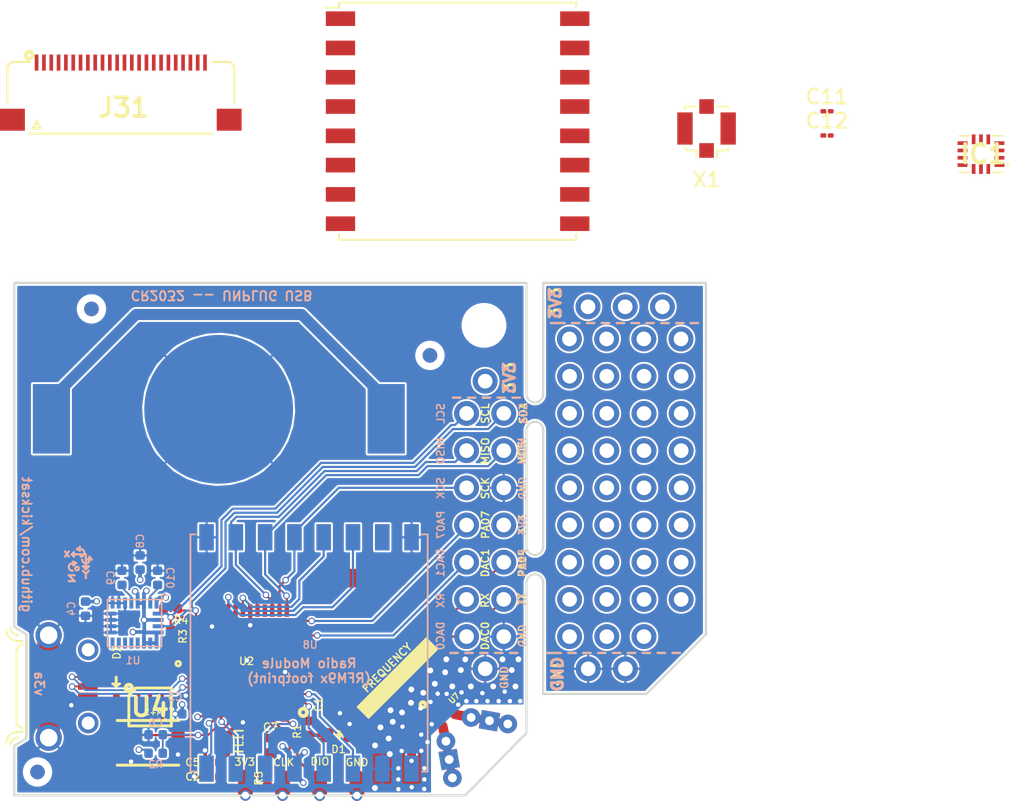
<source format=kicad_pcb>
(kicad_pcb (version 20171130) (host pcbnew "(5.1.4-0-10_14)")
  (title_block (title "Project Title"))
  (layers (0 Top signal) (1 In1.Cu signal) (2 In2.Cu signal) (31 Bottom signal hide) (34 B.Paste user hide) (35 F.Paste user hide) (36 B.SilkS user hide) (37 F.SilkS user hide) (38 B.Mask user hide) (39 F.Mask user hide) (44 Edge.Cuts user hide))
  (net 0 "")
  (net 1 GND)
  (net 2 "Net-(C6-Pad2)")
  (net 3 /USB+)
  (net 4 /USB-)
  (net 5 VUSB)
  (net 6 /SWDIO)
  (net 7 /SWCLK)
  (net 8 /LED1)
  (net 9 MISO)
  (net 10 SCK)
  (net 11 MOSI)
  (net 12 SDA)
  (net 13 SCL)
  (net 14 "Net-(J4-Pad1)")
  (net 15 "Net-(J5-Pad1)")
  (net 16 "Net-(J20-Pad1)")
  (net 17 "Net-(D1-Pad1)")
  (net 18 PA23)
  (net 19 PA22)
  (net 20 PA21)
  (net 21 TX)
  (net 22 RX)
  (net 23 "Net-(L1-Pad1)")
  (net 24 "Net-(J13-Pad1)")
  (net 25 "Net-(J13-Pad2)")
  (net 26 "Net-(J13-Pad3)")
  (net 27 "Net-(J13-Pad4)")
  (net 28 "Net-(J14-Pad1)")
  (net 29 "Net-(J14-Pad2)")
  (net 30 "Net-(J14-Pad3)")
  (net 31 "Net-(J14-Pad4)")
  (net 32 "Net-(J15-Pad1)")
  (net 33 "Net-(J15-Pad2)")
  (net 34 "Net-(J15-Pad3)")
  (net 35 "Net-(J15-Pad4)")
  (net 36 "Net-(J16-Pad1)")
  (net 37 "Net-(J16-Pad2)")
  (net 38 "Net-(J16-Pad3)")
  (net 39 "Net-(J16-Pad4)")
  (net 40 "Net-(J17-Pad1)")
  (net 41 "Net-(J17-Pad2)")
  (net 42 "Net-(J17-Pad3)")
  (net 43 "Net-(J17-Pad4)")
  (net 44 "Net-(J18-Pad1)")
  (net 45 "Net-(J18-Pad2)")
  (net 46 "Net-(J18-Pad3)")
  (net 47 "Net-(J18-Pad4)")
  (net 48 "Net-(J19-Pad1)")
  (net 49 "Net-(J19-Pad2)")
  (net 50 "Net-(J19-Pad3)")
  (net 51 "Net-(J19-Pad4)")
  (net 52 "Net-(J20-Pad2)")
  (net 53 "Net-(J20-Pad3)")
  (net 54 "Net-(J20-Pad4)")
  (net 55 DAC0)
  (net 56 +3V3)
  (net 57 "Net-(C9-Pad2)")
  (net 58 "Net-(C10-Pad2)")
  (net 59 "Net-(U2-Pad24)")
  (net 60 "Net-(U2-Pad23)")
  (net 61 "Net-(U2-Pad22)")
  (net 62 "Net-(U2-Pad20)")
  (net 63 "Net-(ANT1-PadIN1)")
  (net 64 "Net-(D2-Pad1)")
  (net 65 "Net-(J2-Pad4)")
  (net 66 "Net-(J3-Pad1)")
  (net 67 "Net-(S2-Pad1)")
  (net 68 "Net-(U1-Pad9)")
  (net 69 "Net-(U1-Pad10)")
  (net 70 "Net-(U1-Pad11)")
  (net 71 "Net-(U1-Pad12)")
  (net 72 "Net-(U1-Pad13)")
  (net 73 "Net-(U2-Pad37)")
  (net 74 "Net-(U2-Pad27)")
  (net 75 "Net-(U2-Pad16)")
  (net 76 "Net-(C2-Pad1)")
  (net 77 "Net-(ANT2-PadIN1)")
  (net 78 "Net-(U8-Pad7)")
  (net 79 "Net-(U2-Pad11)")
  (net 80 "Net-(U2-Pad28)")
  (net 81 "Net-(U2-Pad29)")
  (net 82 RF_CS)
  (net 83 RF_RST)
  (net 84 RF_DIO3)
  (net 85 RF_BUSY)
  (net 86 RF_DIO0)
  (net 87 RF_DIO1)
  (net 88 RF_DIO2)
  (net 89 PA04)
  (net 90 DAC1)
  (net 91 PA07)
  (net 92 "Net-(U7-Pad1)")
  (net 93 "Net-(U5-Pad9)")
  (net 94 "Net-(U5-Pad7)")
  (net 95 "Net-(U8-Pad9)")
  (net 96 "Net-(J31-Pad24)")
  (net 97 "Net-(J31-Pad23)")
  (net 98 "Net-(J31-Pad22)")
  (net 99 "Net-(J31-Pad21)")
  (net 100 "Net-(J31-Pad20)")
  (net 101 "Net-(J31-Pad19)")
  (net 102 "Net-(J31-Pad18)")
  (net 103 "Net-(J31-Pad17)")
  (net 104 "Net-(J31-Pad16)")
  (net 105 "Net-(J31-Pad15)")
  (net 106 "Net-(J31-Pad14)")
  (net 107 "Net-(J31-Pad13)")
  (net 108 "Net-(J31-Pad12)")
  (net 109 "Net-(J31-Pad11)")
  (net 110 "Net-(J31-Pad10)")
  (net 111 "Net-(J31-Pad9)")
  (net 112 "Net-(J31-Pad8)")
  (net 113 "Net-(J31-Pad7)")
  (net 114 "Net-(J31-Pad6)")
  (net 115 "Net-(J31-Pad5)")
  (net 116 "Net-(J31-Pad4)")
  (net 117 "Net-(J31-Pad3)")
  (net 118 "Net-(J31-Pad2)")
  (net 119 "Net-(J31-Pad1)")
  (net 120 "Net-(U4-PadB1)")
  (net 121 "Net-(IC1-Pad12)")
  (net 122 "Net-(IC1-Pad11)")
  (net 123 "Net-(IC1-Pad10)")
  (net 124 "Net-(IC1-Pad9)")
  (net 125 "Net-(IC1-Pad4)")
  (net 126 "Net-(IC1-Pad1)")
  (module BMX160:BMX160 (layer Top) (at 147.738 65.25)
    (fp_text reference IC1 (at 0.15 0) (layer F.SilkS) (effects (font (size 1.27 1.27) (thickness 0.254))))
    (fp_text value BMX160 hide)
    (pad 14 smd rect (at 0.5 1.012) (size 0.25 0.675) (layers Top F.Paste F.Mask) (net 12 SDA))
    (pad 13 smd rect (at 0 1.012) (size 0.25 0.675) (layers Top F.Paste F.Mask) (net 13 SCL))
    (pad 12 smd rect (at -0.5 1.012) (size 0.25 0.675) (layers Top F.Paste F.Mask) (net 121 "Net-(IC1-Pad12)"))
    (pad 11 smd rect (at -1.262 0.75 90) (size 0.25 0.675) (layers Top F.Paste F.Mask) (net 122 "Net-(IC1-Pad11)"))
    (pad 10 smd rect (at -1.262 0.25 90) (size 0.25 0.675) (layers Top F.Paste F.Mask) (net 123 "Net-(IC1-Pad10)"))
    (pad 9 smd rect (at -1.262 -0.25 90) (size 0.25 0.675) (layers Top F.Paste F.Mask) (net 124 "Net-(IC1-Pad9)"))
    (pad 8 smd rect (at -1.262 -0.75 90) (size 0.25 0.675) (layers Top F.Paste F.Mask) (net 56 +3V3))
    (pad 7 smd rect (at -0.5 -1.012) (size 0.25 0.675) (layers Top F.Paste F.Mask) (net 1 GND))
    (pad 6 smd rect (at 0 -1.012) (size 0.25 0.675) (layers Top F.Paste F.Mask) (net 1 GND))
    (pad 5 smd rect (at 0.5 -1.012) (size 0.25 0.675) (layers Top F.Paste F.Mask) (net 56 +3V3))
    (pad 4 smd rect (at 1.262 -0.75 90) (size 0.25 0.675) (layers Top F.Paste F.Mask) (net 125 "Net-(IC1-Pad4)"))
    (pad 3 smd rect (at 1.262 -0.25 90) (size 0.25 0.675) (layers Top F.Paste F.Mask) (net 1 GND))
    (pad 2 smd rect (at 1.262 0.25 90) (size 0.25 0.675) (layers Top F.Paste F.Mask) (net 1 GND))
    (pad 1 smd rect (at 1.262 0.75 90) (size 0.25 0.675) (layers Top F.Paste F.Mask) (net 126 "Net-(IC1-Pad1)"))
  )
  (module Capacitor_SMD:C_01005_0402Metric (layer Top) (at 137.225001 63.975001)
    (fp_text reference C12 (at 0 -1) (layer F.SilkS))
    (fp_text value "100 nF")
    (pad 2 smd roundrect (at 0.25 0) (size 0.4 0.3) (layers Top F.Mask) (net 1 GND))
    (pad 1 smd roundrect (at -0.25 0) (size 0.4 0.3) (layers Top F.Mask) (net 56 +3V3))
  )
  (module Capacitor_SMD:C_01005_0402Metric (layer Top) (at 137.225001 62.325001)
    (fp_text reference C11 (at 0 -1) (layer F.SilkS))
    (fp_text value "100 nF")
    (pad 2 smd roundrect (at 0.25 0) (size 0.4 0.3) (layers Top F.Mask) (net 1 GND))
    (pad 1 smd roundrect (at -0.25 0) (size 0.4 0.3) (layers Top F.Mask) (net 56 +3V3))
  )
  (module xf2m-2415-1a:XF2M-2415-1A (layer Top) (at 89 59)
    (fp_text reference J31 (at 0.2 3.075) (layer F.SilkS) (effects (font (size 1.27 1.27) (thickness 0.254))))
    (fp_text value xf2m-2415-1a hide)
    (pad 26 smd rect (at 7.4 3.9 90) (size 1.5 1.7) (layers Top F.Paste F.Mask))
    (pad 25 smd rect (at -7.4 3.9 90) (size 1.5 1.7) (layers Top F.Paste F.Mask))
    (pad 24 smd rect (at 5.75 0) (size 0.25 1.1) (layers Top F.Paste F.Mask) (net 96 "Net-(J31-Pad24)"))
    (pad 23 smd rect (at 5.25 0) (size 0.25 1.1) (layers Top F.Paste F.Mask) (net 97 "Net-(J31-Pad23)"))
    (pad 22 smd rect (at 4.75 0) (size 0.25 1.1) (layers Top F.Paste F.Mask) (net 98 "Net-(J31-Pad22)"))
    (pad 21 smd rect (at 4.25 0) (size 0.25 1.1) (layers Top F.Paste F.Mask) (net 99 "Net-(J31-Pad21)"))
    (pad 20 smd rect (at 3.75 0) (size 0.25 1.1) (layers Top F.Paste F.Mask) (net 100 "Net-(J31-Pad20)"))
    (pad 19 smd rect (at 3.25 0) (size 0.25 1.1) (layers Top F.Paste F.Mask) (net 101 "Net-(J31-Pad19)"))
    (pad 18 smd rect (at 2.75 0) (size 0.25 1.1) (layers Top F.Paste F.Mask) (net 102 "Net-(J31-Pad18)"))
    (pad 17 smd rect (at 2.25 0) (size 0.25 1.1) (layers Top F.Paste F.Mask) (net 103 "Net-(J31-Pad17)"))
    (pad 16 smd rect (at 1.75 0) (size 0.25 1.1) (layers Top F.Paste F.Mask) (net 104 "Net-(J31-Pad16)"))
    (pad 15 smd rect (at 1.25 0) (size 0.25 1.1) (layers Top F.Paste F.Mask) (net 105 "Net-(J31-Pad15)"))
    (pad 14 smd rect (at 0.75 0) (size 0.25 1.1) (layers Top F.Paste F.Mask) (net 106 "Net-(J31-Pad14)"))
    (pad 13 smd rect (at 0.25 0) (size 0.25 1.1) (layers Top F.Paste F.Mask) (net 107 "Net-(J31-Pad13)"))
    (pad 12 smd rect (at -0.25 0) (size 0.25 1.1) (layers Top F.Paste F.Mask) (net 108 "Net-(J31-Pad12)"))
    (pad 11 smd rect (at -0.75 0) (size 0.25 1.1) (layers Top F.Paste F.Mask) (net 109 "Net-(J31-Pad11)"))
    (pad 10 smd rect (at -1.25 0) (size 0.25 1.1) (layers Top F.Paste F.Mask) (net 110 "Net-(J31-Pad10)"))
    (pad 9 smd rect (at -1.75 0) (size 0.25 1.1) (layers Top F.Paste F.Mask) (net 111 "Net-(J31-Pad9)"))
    (pad 8 smd rect (at -2.25 0) (size 0.25 1.1) (layers Top F.Paste F.Mask) (net 112 "Net-(J31-Pad8)"))
    (pad 7 smd rect (at -2.75 0) (size 0.25 1.1) (layers Top F.Paste F.Mask) (net 113 "Net-(J31-Pad7)"))
    (pad 6 smd rect (at -3.25 0) (size 0.25 1.1) (layers Top F.Paste F.Mask) (net 114 "Net-(J31-Pad6)"))
    (pad 5 smd rect (at -3.75 0) (size 0.25 1.1) (layers Top F.Paste F.Mask) (net 115 "Net-(J31-Pad5)"))
    (pad 4 smd rect (at -4.25 0) (size 0.25 1.1) (layers Top F.Paste F.Mask) (net 116 "Net-(J31-Pad4)"))
    (pad 3 smd rect (at -4.75 0) (size 0.25 1.1) (layers Top F.Paste F.Mask) (net 117 "Net-(J31-Pad3)"))
    (pad 2 smd rect (at -5.25 0) (size 0.25 1.1) (layers Top F.Paste F.Mask) (net 118 "Net-(J31-Pad2)"))
    (pad 1 smd rect (at -5.75 0) (size 0.25 1.1) (layers Top F.Paste F.Mask) (net 119 "Net-(J31-Pad1)"))
  )
  (module TPS82740ASIPT:BGA9C80P3X3_290X230X110 (layer Top) (at 91 103)
    (fp_text reference U4 (at 0 0) (layer F.SilkS) (effects (font (size 1.27 1.27) (thickness 0.254))))
    (fp_text value TPS82740ASIP-TPS82740 hide)
    (pad C3 smd circle (at 0.8 0.8 90) (size 0.29 0.29) (layers Top F.Paste F.Mask) (net 64 "Net-(D2-Pad1)"))
    (pad C2 smd circle (at 0 0.8 90) (size 0.29 0.29) (layers Top F.Paste F.Mask) (net 1 GND))
    (pad C1 smd circle (at -0.8 0.8 90) (size 0.29 0.29) (layers Top F.Paste F.Mask) (net 56 +3V3))
    (pad B3 smd circle (at 0.8 0 90) (size 0.29 0.29) (layers Top F.Paste F.Mask) (net 5 VUSB))
    (pad B2 smd circle (at 0 0 90) (size 0.29 0.29) (layers Top F.Paste F.Mask) (net 1 GND))
    (pad B1 smd circle (at -0.8 0 90) (size 0.29 0.29) (layers Top F.Paste F.Mask) (net 120 "Net-(U4-PadB1)"))
    (pad A3 smd circle (at 0.8 -0.8 90) (size 0.29 0.29) (layers Top F.Paste F.Mask) (net 5 VUSB))
    (pad A2 smd circle (at 0 -0.8 90) (size 0.29 0.29) (layers Top F.Paste F.Mask) (net 5 VUSB))
    (pad A1 smd circle (at -0.8 -0.8 90) (size 0.29 0.29) (layers Top F.Paste F.Mask) (net 5 VUSB))
  )
  (module Connector_Coaxial:U.FL_Molex_MCRF_73412-0110_Vertical (layer Top) (at 129 63.5)
    (fp_text reference X1 (at 0 3.5) (layer F.SilkS))
    (fp_text value ANTENNA_U.FL)
    (pad 1 smd rect (at 0 1.5) (size 1 1) (layers Top F.Paste F.Mask) (net 1 GND))
    (pad 2 smd rect (at 0 -1.5) (size 1 1) (layers Top F.Paste F.Mask) (net 1 GND))
    (pad 2 smd rect (at 1.475 0) (size 1.05 2.2) (layers Top F.Paste F.Mask) (net 1 GND))
    (pad 2 smd rect (at -1.475 0) (size 1.05 2.2) (layers Top F.Paste F.Mask) (net 1 GND))
  )
  (module Diode_SMD:D_SOD-323 (layer Top) (at 88.6968 101.346 90)
    (fp_text reference D2 (at 2.0828 0.0254 90) (layer F.SilkS) (effects (font (size 0.508 0.508) (thickness 0.0889))))
    (fp_text value RB550V)
    (pad 1 smd rect (at -1.05 0 90) (size 0.6 0.45) (layers Top F.Paste F.Mask) (net 64 "Net-(D2-Pad1)"))
    (pad 2 smd rect (at 1.05 0 90) (size 0.6 0.45) (layers Top F.Paste F.Mask) (net 5 VUSB))
  )
  (module RF_Module:HOPERF_RFM9XW_SMD (layer Top) (at 112 63)
    (fp_text reference U5 (at 0 -9.2) (layer F.SilkS))
    (fp_text value RFM95W-915S2)
    (pad 16 smd rect (at 8 -7) (size 2 1) (layers Top F.Paste F.Mask) (net 88 RF_DIO2))
    (pad 15 smd rect (at 8 -5) (size 2 1) (layers Top F.Paste F.Mask) (net 87 RF_DIO1))
    (pad 14 smd rect (at 8 -3) (size 2 1) (layers Top F.Paste F.Mask) (net 86 RF_DIO0))
    (pad 13 smd rect (at 8 -1) (size 2 1) (layers Top F.Paste F.Mask) (net 56 +3V3))
    (pad 12 smd rect (at 8 1) (size 2 1) (layers Top F.Paste F.Mask) (net 85 RF_BUSY))
    (pad 11 smd rect (at 8 3) (size 2 1) (layers Top F.Paste F.Mask) (net 84 RF_DIO3))
    (pad 10 smd rect (at 8 5) (size 2 1) (layers Top F.Paste F.Mask) (net 1 GND))
    (pad 9 smd rect (at 8 7) (size 2 1) (layers Top F.Paste F.Mask) (net 93 "Net-(U5-Pad9)"))
    (pad 8 smd rect (at -8 7) (size 2 1) (layers Top F.Paste F.Mask) (net 1 GND))
    (pad 7 smd rect (at -8 5) (size 2 1) (layers Top F.Paste F.Mask) (net 94 "Net-(U5-Pad7)"))
    (pad 6 smd rect (at -8 3) (size 2 1) (layers Top F.Paste F.Mask) (net 83 RF_RST))
    (pad 5 smd rect (at -8 1) (size 2 1) (layers Top F.Paste F.Mask) (net 82 RF_CS))
    (pad 4 smd rect (at -8 -1) (size 2 1) (layers Top F.Paste F.Mask) (net 10 SCK))
    (pad 3 smd rect (at -8 -3) (size 2 1) (layers Top F.Paste F.Mask) (net 11 MOSI))
    (pad 2 smd rect (at -8 -5) (size 2 1) (layers Top F.Paste F.Mask) (net 9 MISO))
    (pad 1 smd rect (at -8 -7) (size 2 1) (layers Top F.Paste F.Mask) (net 1 GND))
  )
  (module custom-footprints:BAT-HLD-001 (layer Bottom) (at 95.69196 83.1977)
    (fp_text reference U3 hide)
    (fp_text value BAT-HLD-001 hide)
    (pad 2 smd circle (at -0.01016 -0.5207) (size 10.16 10.16) (layers Bottom B.Paste B.Mask) (net 1 GND))
    (pad 3 smd rect (at 11.43 0.127) (size 2.54 4.75) (layers Bottom B.Paste B.Mask) (net 64 "Net-(D2-Pad1)"))
    (pad 1 smd rect (at -11.43 0.127) (size 2.54 4.75) (layers Bottom B.Paste B.Mask) (net 64 "Net-(D2-Pad1)"))
  )
  (module RF_Module:HOPERF_RFM9XW_SMD (layer Bottom) (at 101.854 99.314 270)
    (fp_text reference U8 (at -0.5588 -0.0762) (layer B.SilkS) (effects (font (size 0.508 0.508) (thickness 0.0889)) (justify mirror)))
    (fp_text value RFM95W-915S2)
    (pad 16 smd rect (at 7.9 7 270) (size 1.8 1) (layers Bottom B.Paste B.Mask) (net 88 RF_DIO2))
    (pad 15 smd rect (at 7.9 5 270) (size 1.8 1) (layers Bottom B.Paste B.Mask) (net 87 RF_DIO1))
    (pad 14 smd rect (at 7.9 3 270) (size 1.8 1) (layers Bottom B.Paste B.Mask) (net 86 RF_DIO0))
    (pad 13 smd rect (at 7.9 1 270) (size 1.8 1) (layers Bottom B.Paste B.Mask) (net 56 +3V3))
    (pad 12 smd rect (at 7.9 -1 270) (size 1.8 1) (layers Bottom B.Paste B.Mask) (net 85 RF_BUSY))
    (pad 11 smd rect (at 7.9 -3 270) (size 1.8 1) (layers Bottom B.Paste B.Mask) (net 84 RF_DIO3))
    (pad 10 smd rect (at 7.9 -5 270) (size 1.8 1) (layers Bottom B.Paste B.Mask) (net 1 GND))
    (pad 9 smd rect (at 7.9 -7 270) (size 1.8 1) (layers Bottom B.Paste B.Mask) (net 95 "Net-(U8-Pad9)"))
    (pad 8 smd rect (at -7.9 -7 270) (size 1.8 1) (layers Bottom B.Paste B.Mask) (net 1 GND))
    (pad 7 smd rect (at -7.9 -5 270) (size 1.8 1) (layers Bottom B.Paste B.Mask) (net 78 "Net-(U8-Pad7)"))
    (pad 6 smd rect (at -7.9 -3 270) (size 1.8 1) (layers Bottom B.Paste B.Mask) (net 83 RF_RST))
    (pad 5 smd rect (at -7.9 -1 270) (size 1.8 1) (layers Bottom B.Paste B.Mask) (net 82 RF_CS))
    (pad 4 smd rect (at -7.9 1 270) (size 1.8 1) (layers Bottom B.Paste B.Mask) (net 10 SCK))
    (pad 3 smd rect (at -7.9 3 270) (size 1.8 1) (layers Bottom B.Paste B.Mask) (net 11 MOSI))
    (pad 2 smd rect (at -7.9 5 270) (size 1.8 1) (layers Bottom B.Paste B.Mask) (net 9 MISO))
    (pad 1 smd rect (at -7.9 7 270) (size 1.8 1) (layers Bottom B.Paste B.Mask) (net 1 GND))
  )
  (module custom-footprints:castellated_small_1side (layer Top) (at 105.12298 107.6579 270)
    (fp_text reference J30 hide)
    (fp_text value Conn_01x01)
    (pad 1 smd custom (at 0.762 0 270) (size 1.25 1) (layers Top F.Paste F.Mask) (net 1 GND) (options (clearance outline) (anchor rect)) (primitives (gr_circle (center -0.625 0) (end -0.125 0) (width 0))))
    (pad 1 thru_hole circle (at 1.387 0 270) (size 0.75 0.75) (drill 0.5) (layers *.Cu *.Mask) (net 1 GND))
  )
  (module custom-footprints:castellated_small_1side (layer Top) (at 97.5106 107.6452 270)
    (fp_text reference J29 hide)
    (fp_text value Conn_01x01)
    (pad 1 smd custom (at 0.762 0 270) (size 1.25 1) (layers Top F.Paste F.Mask) (net 56 +3V3) (options (clearance outline) (anchor rect)) (primitives (gr_circle (center -0.625 0) (end -0.125 0) (width 0))))
    (pad 1 thru_hole circle (at 1.387 0 270) (size 0.75 0.75) (drill 0.5) (layers *.Cu *.Mask) (net 56 +3V3))
  )
  (module custom-footprints:castellated_small_1side (layer Top) (at 100.04298 107.6579 270)
    (fp_text reference J28 hide)
    (fp_text value Conn_01x01)
    (pad 1 smd custom (at 0.762 0 270) (size 1.25 1) (layers Top F.Paste F.Mask) (net 7 /SWCLK) (options (clearance outline) (anchor rect)) (primitives (gr_circle (center -0.625 0) (end -0.125 0) (width 0))))
    (pad 1 thru_hole circle (at 1.387 0 270) (size 0.75 0.75) (drill 0.5) (layers *.Cu *.Mask) (net 7 /SWCLK))
  )
  (module custom-footprints:castellated_small_1side (layer Top) (at 102.58298 107.6579 270)
    (fp_text reference J1 hide)
    (fp_text value Conn_01x01)
    (pad 1 smd custom (at 0.762 0 270) (size 1.25 1) (layers Top F.Paste F.Mask) (net 6 /SWDIO) (options (clearance outline) (anchor rect)) (primitives (gr_circle (center -0.625 0) (end -0.125 0) (width 0))))
    (pad 1 thru_hole circle (at 1.387 0 270) (size 0.75 0.75) (drill 0.5) (layers *.Cu *.Mask) (net 6 /SWDIO))
  )
  (module LED_SMD:LED_0603_1608Metric (layer Top) (at 103.8606 104.9274)
    (fp_text reference D1 (at 0.00762 0.9652 180) (layer F.SilkS) (effects (font (size 0.508 0.508) (thickness 0.0889))))
    (fp_text value GREEN)
    (pad 1 smd roundrect (at -0.7875 0) (size 0.875 0.95) (layers Top F.Paste F.Mask) (net 17 "Net-(D1-Pad1)"))
    (pad 2 smd roundrect (at 0.7875 0) (size 0.875 0.95) (layers Top F.Paste F.Mask) (net 1 GND))
  )
  (module custom-footprints:balun0603 (layer Top) (at 110.871 103.378 315)
    (fp_text reference U7 (at -0.053882 -1.311117 45) (layer F.SilkS) (effects (font (size 0.381 0.381) (thickness 0.0889))))
    (fp_text value HHM17139B2)
    (pad 5 smd rect (at 0 -0.5 315) (size 0.3 0.5) (layers Top F.Paste F.Mask) (net 1 GND))
    (pad 6 smd rect (at -0.55 -0.5 315) (size 0.3 0.5) (layers Top F.Paste F.Mask) (net 1 GND))
    (pad 4 smd rect (at 0.55 -0.5 315) (size 0.3 0.5) (layers Top F.Paste F.Mask) (net 77 "Net-(ANT2-PadIN1)"))
    (pad 1 smd rect (at -0.55 0.5 315) (size 0.3 0.5) (layers Top F.Paste F.Mask) (net 92 "Net-(U7-Pad1)"))
    (pad 3 smd rect (at 0.55 0.5 315) (size 0.3 0.5) (layers Top F.Paste F.Mask) (net 63 "Net-(ANT1-PadIN1)"))
    (pad 2 smd rect (at 0 0.5 315) (size 0.3 0.5) (layers Top F.Paste F.Mask) (net 1 GND))
  )
  (module Inductor_SMD:L_0805_2012Metric (layer Top) (at 97.0788 105.3338 180)
    (fp_text reference L1 (at -0.0254 0.0508 270) (layer F.SilkS) (effects (font (size 0.508 0.508) (thickness 0.0889))))
    (fp_text value 10uH)
    (pad 2 smd roundrect (at 0.9375 0 180) (size 0.975 1.4) (layers Top F.Paste F.Mask) (net 76 "Net-(C2-Pad1)"))
    (pad 1 smd roundrect (at -0.9375 0 180) (size 0.975 1.4) (layers Top F.Paste F.Mask) (net 23 "Net-(L1-Pad1)"))
  )
  (module custom-footprints:PinHeader_CUSTOM2 (layer Top) (at 113.8809 100.396104)
    (fp_text reference J10 hide)
    (fp_text value Conn_01x01)
    (pad 1 thru_hole oval (at 0 0) (size 1.7 1.7) (drill 1) (layers *.Cu *.Mask) (net 1 GND))
  )
  (module Sprite:ANTENNA (layer Top) (at 114.1751 103.9416 170)
    (fp_text reference ANT2 hide)
    (fp_text value ANTENNA hide)
    (pad IN1 thru_hole rect (at 0 0 350) (size 1.27 1.27) (drill 0.6) (layers *.Cu *.Mask) (net 77 "Net-(ANT2-PadIN1)"))
    (pad IN2 thru_hole circle (at 1.27 0 350) (size 1.27 1.27) (drill 0.6) (layers *.Cu *.Mask) (net 77 "Net-(ANT2-PadIN1)"))
    (pad IN3 thru_hole circle (at -1.27 0 170) (size 1.27 1.27) (drill 0.6) (layers *.Cu *.Mask) (net 77 "Net-(ANT2-PadIN1)"))
  )
  (module Capacitor_SMD:C_0402_1005Metric (layer Top) (at 95.25 106.7816 180)
    (fp_text reference C5 (at 1.3462 -0.0016 180) (layer F.SilkS) (effects (font (size 0.508 0.508) (thickness 0.0889))))
    (fp_text value 1uF)
    (pad 2 smd roundrect (at 0.485 0 180) (size 0.59 0.64) (layers Top F.Paste F.Mask) (net 1 GND))
    (pad 1 smd roundrect (at -0.485 0 180) (size 0.59 0.64) (layers Top F.Paste F.Mask) (net 76 "Net-(C2-Pad1)"))
  )
  (module Capacitor_SMD:C_0402_1005Metric (layer Bottom) (at 92.71 103.4796 180)
    (fp_text reference C3 (at 0 1.17 180) (layer B.SilkS) (effects (font (size 0.508 0.508) (thickness 0.0889)) (justify mirror)))
    (fp_text value 1uF)
    (pad 2 smd roundrect (at 0.485 0 180) (size 0.59 0.64) (layers Bottom B.Paste B.Mask) (net 1 GND))
    (pad 1 smd roundrect (at -0.485 0 180) (size 0.59 0.64) (layers Bottom B.Paste B.Mask) (net 56 +3V3))
  )
  (module Capacitor_SMD:C_0402_1005Metric (layer Top) (at 95.25 107.76712 180)
    (fp_text reference C2 (at 1.3462 -0.0016 180) (layer F.SilkS) (effects (font (size 0.508 0.508) (thickness 0.0889))))
    (fp_text value 10uF)
    (pad 2 smd roundrect (at 0.485 0 180) (size 0.59 0.64) (layers Top F.Paste F.Mask) (net 1 GND))
    (pad 1 smd roundrect (at -0.485 0 180) (size 0.59 0.64) (layers Top F.Paste F.Mask) (net 76 "Net-(C2-Pad1)"))
  )
  (module Capacitor_SMD:C_0402_1005Metric (layer Top) (at 99.2124 105.6132 270)
    (fp_text reference C7 (at -1.2446 0) (layer F.SilkS) (effects (font (size 0.508 0.508) (thickness 0.0889))))
    (fp_text value 10uF)
    (pad 1 smd roundrect (at -0.485 0 270) (size 0.59 0.64) (layers Top F.Paste F.Mask) (net 56 +3V3))
    (pad 2 smd roundrect (at 0.485 0 270) (size 0.59 0.64) (layers Top F.Paste F.Mask) (net 1 GND))
  )
  (module Capacitor_SMD:C_0402_1005Metric (layer Top) (at 103.28656 102.94874 270)
    (fp_text reference C1 (at -0.10414 0.79756 270) (layer F.SilkS) (effects (font (size 0.508 0.508) (thickness 0.0889))))
    (fp_text value 0.1uF)
    (pad 2 smd roundrect (at 0.485 0 270) (size 0.59 0.64) (layers Top F.Paste F.Mask) (net 1 GND))
    (pad 1 smd roundrect (at -0.485 0 270) (size 0.59 0.64) (layers Top F.Paste F.Mask) (net 56 +3V3))
  )
  (module Sprite:ANTENNA (layer Top) (at 111.4235 106.5916 100)
    (fp_text reference ANT1 hide)
    (fp_text value ANTENNA hide)
    (pad IN1 thru_hole rect (at 0 0 280) (size 1.27 1.27) (drill 0.6) (layers *.Cu *.Mask) (net 63 "Net-(ANT1-PadIN1)"))
    (pad IN2 thru_hole circle (at 1.27 0 280) (size 1.27 1.27) (drill 0.6) (layers *.Cu *.Mask) (net 63 "Net-(ANT1-PadIN1)"))
    (pad IN3 thru_hole circle (at -1.27 0 100) (size 1.27 1.27) (drill 0.6) (layers *.Cu *.Mask) (net 63 "Net-(ANT1-PadIN1)"))
  )
  (module Fiducial:Fiducial_1mm_Dia_2mm_Outer (layer Top) (at 110.109 78.994)
    (fp_text reference REF** hide)
    (fp_text value Fiducial_1mm_Dia_2mm_Outer)
    (pad "" smd circle (at 0 0) (size 1 1) (layers Top F.Mask) (clearance 0.5))
  )
  (module Fiducial:Fiducial_1mm_Dia_2mm_Outer (layer Bottom) (at 110.109 78.994)
    (fp_text reference REF** hide)
    (fp_text value Fiducial_1mm_Dia_2mm_Outer)
    (pad "" smd circle (at 0 0) (size 1 1) (layers Bottom B.Mask) (clearance 0.5))
  )
  (module Fiducial:Fiducial_1mm_Dia_2mm_Outer (layer Top) (at 86.995 75.819)
    (fp_text reference REF** hide)
    (fp_text value Fiducial_1mm_Dia_2mm_Outer)
    (pad "" smd circle (at 0 0) (size 1 1) (layers Top F.Mask) (clearance 0.5))
  )
  (module Fiducial:Fiducial_1mm_Dia_2mm_Outer (layer Bottom) (at 86.995 75.819)
    (fp_text reference REF** hide)
    (fp_text value Fiducial_1mm_Dia_2mm_Outer)
    (pad "" smd circle (at 0 0) (size 1 1) (layers Bottom B.Mask) (clearance 0.5))
  )
  (module Fiducial:Fiducial_1mm_Dia_2mm_Outer (layer Bottom) (at 83.312 107.442)
    (fp_text reference REF** hide)
    (fp_text value Fiducial_1mm_Dia_2mm_Outer)
    (pad "" smd circle (at 0 0) (size 1 1) (layers Bottom B.Mask) (clearance 0.5))
  )
  (module "" (layer Top) (at 113.79962 76.94228)
    (fp_text reference @HOLE0 hide)
    (fp_text value "" (at 0 0) (layer F.SilkS) (effects (font (size 1.27 1.27))))
    (pad "" np_thru_hole circle (at 0 0) (size 2.8 2.8) (drill 2.8) (layers *.Cu *.Mask))
  )
  (module Fiducial:Fiducial_1mm_Dia_2mm_Outer (layer Top) (at 83.312 107.442)
    (fp_text reference REF** hide)
    (fp_text value Fiducial_1mm_Dia_2mm_Outer)
    (pad "" smd circle (at 0 0) (size 1 1) (layers Top F.Mask) (clearance 0.5))
  )
  (module custom-footprints:PinHeader_CUSTOM3 (layer Top) (at 112.6109 90.5764 90)
    (fp_text reference J25 hide)
    (fp_text value Conn_01x02)
    (pad 2 thru_hole oval (at 0 2.54 90) (size 1.7 1.7) (drill 1) (layers *.Cu *.Mask) (net 56 +3V3))
    (pad 1 thru_hole oval (at 0 0 90) (size 1.7 1.7) (drill 1) (layers *.Cu *.Mask) (net 91 PA07))
  )
  (module custom-footprints:PinHeader_CUSTOM3 (layer Top) (at 112.6109 98.1964 90)
    (fp_text reference J27 hide)
    (fp_text value Conn_01x02)
    (pad 1 thru_hole oval (at 0 0 90) (size 1.7 1.7) (drill 1) (layers *.Cu *.Mask) (net 55 DAC0))
    (pad 2 thru_hole oval (at 0 2.54 90) (size 1.7 1.7) (drill 1) (layers *.Cu *.Mask) (net 1 GND))
  )
  (module custom-footprints:PinHeader_CUSTOM3 (layer Top) (at 112.6109 82.9564 90)
    (fp_text reference J26 hide)
    (fp_text value Conn_01x02)
    (pad 2 thru_hole oval (at 0 2.54 90) (size 1.7 1.7) (drill 1) (layers *.Cu *.Mask) (net 12 SDA))
    (pad 1 thru_hole oval (at 0 0 90) (size 1.7 1.7) (drill 1) (layers *.Cu *.Mask) (net 13 SCL))
  )
  (module custom-footprints:PinHeader_CUSTOM3 (layer Top) (at 112.6109 93.1164 90)
    (fp_text reference J24 hide)
    (fp_text value Conn_01x02)
    (pad 2 thru_hole oval (at 0 2.54 90) (size 1.7 1.7) (drill 1) (layers *.Cu *.Mask) (net 89 PA04))
    (pad 1 thru_hole oval (at 0 0 90) (size 1.7 1.7) (drill 1) (layers *.Cu *.Mask) (net 90 DAC1))
  )
  (module custom-footprints:PinHeader_CUSTOM3 (layer Top) (at 112.6109 85.4964 90)
    (fp_text reference J23 hide)
    (fp_text value Conn_01x02)
    (pad 2 thru_hole oval (at 0 2.54 90) (size 1.7 1.7) (drill 1) (layers *.Cu *.Mask) (net 11 MOSI))
    (pad 1 thru_hole oval (at 0 0 90) (size 1.7 1.7) (drill 1) (layers *.Cu *.Mask) (net 9 MISO))
  )
  (module custom-footprints:PinHeader_CUSTOM3 (layer Top) (at 112.6109 88.0364 90)
    (fp_text reference J22 hide)
    (fp_text value Conn_01x02)
    (pad 1 thru_hole oval (at 0 0 90) (size 1.7 1.7) (drill 1) (layers *.Cu *.Mask) (net 10 SCK))
    (pad 2 thru_hole oval (at 0 2.54 90) (size 1.7 1.7) (drill 1) (layers *.Cu *.Mask) (net 1 GND))
  )
  (module custom-footprints:PinHeader_CUSTOM3 (layer Top) (at 112.6109 95.6564 90)
    (fp_text reference J21 hide)
    (fp_text value Conn_01x02)
    (pad 2 thru_hole oval (at 0 2.54 90) (size 1.7 1.7) (drill 1) (layers *.Cu *.Mask) (net 21 TX))
    (pad 1 thru_hole oval (at 0 0 90) (size 1.7 1.7) (drill 1) (layers *.Cu *.Mask) (net 22 RX))
  )
  (module custom-footprints:PinHeader_CUSTOM (layer Top) (at 119.6467 80.4164 90)
    (fp_text reference J20 hide)
    (fp_text value Conn_01x04)
    (pad 4 thru_hole oval (at 0 7.62 90) (size 1.7 1.7) (drill 1) (layers *.Cu *.Mask) (net 54 "Net-(J20-Pad4)"))
    (pad 3 thru_hole oval (at 0 5.08 90) (size 1.7 1.7) (drill 1) (layers *.Cu *.Mask) (net 53 "Net-(J20-Pad3)"))
    (pad 2 thru_hole oval (at 0 2.54 90) (size 1.7 1.7) (drill 1) (layers *.Cu *.Mask) (net 52 "Net-(J20-Pad2)"))
    (pad 1 thru_hole oval (at 0 0 90) (size 1.7 1.7) (drill 1) (layers *.Cu *.Mask) (net 16 "Net-(J20-Pad1)"))
  )
  (module custom-footprints:PinHeader_CUSTOM (layer Top) (at 119.634 77.86878 90)
    (fp_text reference J19 hide)
    (fp_text value Conn_01x04)
    (pad 4 thru_hole oval (at 0 7.62 90) (size 1.7 1.7) (drill 1) (layers *.Cu *.Mask) (net 51 "Net-(J19-Pad4)"))
    (pad 3 thru_hole oval (at 0 5.08 90) (size 1.7 1.7) (drill 1) (layers *.Cu *.Mask) (net 50 "Net-(J19-Pad3)"))
    (pad 2 thru_hole oval (at 0 2.54 90) (size 1.7 1.7) (drill 1) (layers *.Cu *.Mask) (net 49 "Net-(J19-Pad2)"))
    (pad 1 thru_hole oval (at 0 0 90) (size 1.7 1.7) (drill 1) (layers *.Cu *.Mask) (net 48 "Net-(J19-Pad1)"))
  )
  (module custom-footprints:PinHeader_CUSTOM (layer Top) (at 119.6467 82.9564 90)
    (fp_text reference J18 hide)
    (fp_text value Conn_01x04)
    (pad 4 thru_hole oval (at 0 7.62 90) (size 1.7 1.7) (drill 1) (layers *.Cu *.Mask) (net 47 "Net-(J18-Pad4)"))
    (pad 3 thru_hole oval (at 0 5.08 90) (size 1.7 1.7) (drill 1) (layers *.Cu *.Mask) (net 46 "Net-(J18-Pad3)"))
    (pad 2 thru_hole oval (at 0 2.54 90) (size 1.7 1.7) (drill 1) (layers *.Cu *.Mask) (net 45 "Net-(J18-Pad2)"))
    (pad 1 thru_hole oval (at 0 0 90) (size 1.7 1.7) (drill 1) (layers *.Cu *.Mask) (net 44 "Net-(J18-Pad1)"))
  )
  (module custom-footprints:PinHeader_CUSTOM (layer Top) (at 119.6467 85.4964 90)
    (fp_text reference J17 hide)
    (fp_text value Conn_01x04)
    (pad 4 thru_hole oval (at 0 7.62 90) (size 1.7 1.7) (drill 1) (layers *.Cu *.Mask) (net 43 "Net-(J17-Pad4)"))
    (pad 3 thru_hole oval (at 0 5.08 90) (size 1.7 1.7) (drill 1) (layers *.Cu *.Mask) (net 42 "Net-(J17-Pad3)"))
    (pad 2 thru_hole oval (at 0 2.54 90) (size 1.7 1.7) (drill 1) (layers *.Cu *.Mask) (net 41 "Net-(J17-Pad2)"))
    (pad 1 thru_hole oval (at 0 0 90) (size 1.7 1.7) (drill 1) (layers *.Cu *.Mask) (net 40 "Net-(J17-Pad1)"))
  )
  (module custom-footprints:PinHeader_CUSTOM (layer Top) (at 119.6467 88.0364 90)
    (fp_text reference J16 hide)
    (fp_text value Conn_01x04)
    (pad 4 thru_hole oval (at 0 7.62 90) (size 1.7 1.7) (drill 1) (layers *.Cu *.Mask) (net 39 "Net-(J16-Pad4)"))
    (pad 3 thru_hole oval (at 0 5.08 90) (size 1.7 1.7) (drill 1) (layers *.Cu *.Mask) (net 38 "Net-(J16-Pad3)"))
    (pad 2 thru_hole oval (at 0 2.54 90) (size 1.7 1.7) (drill 1) (layers *.Cu *.Mask) (net 37 "Net-(J16-Pad2)"))
    (pad 1 thru_hole oval (at 0 0 90) (size 1.7 1.7) (drill 1) (layers *.Cu *.Mask) (net 36 "Net-(J16-Pad1)"))
  )
  (module custom-footprints:PinHeader_CUSTOM (layer Top) (at 119.6467 95.6564 90)
    (fp_text reference J15 hide)
    (fp_text value Conn_01x04)
    (pad 4 thru_hole oval (at 0 7.62 90) (size 1.7 1.7) (drill 1) (layers *.Cu *.Mask) (net 35 "Net-(J15-Pad4)"))
    (pad 3 thru_hole oval (at 0 5.08 90) (size 1.7 1.7) (drill 1) (layers *.Cu *.Mask) (net 34 "Net-(J15-Pad3)"))
    (pad 2 thru_hole oval (at 0 2.54 90) (size 1.7 1.7) (drill 1) (layers *.Cu *.Mask) (net 33 "Net-(J15-Pad2)"))
    (pad 1 thru_hole oval (at 0 0 90) (size 1.7 1.7) (drill 1) (layers *.Cu *.Mask) (net 32 "Net-(J15-Pad1)"))
  )
  (module custom-footprints:PinHeader_CUSTOM (layer Top) (at 119.6467 90.5764 90)
    (fp_text reference J14 hide)
    (fp_text value Conn_01x04)
    (pad 4 thru_hole oval (at 0 7.62 90) (size 1.7 1.7) (drill 1) (layers *.Cu *.Mask) (net 31 "Net-(J14-Pad4)"))
    (pad 3 thru_hole oval (at 0 5.08 90) (size 1.7 1.7) (drill 1) (layers *.Cu *.Mask) (net 30 "Net-(J14-Pad3)"))
    (pad 2 thru_hole oval (at 0 2.54 90) (size 1.7 1.7) (drill 1) (layers *.Cu *.Mask) (net 29 "Net-(J14-Pad2)"))
    (pad 1 thru_hole oval (at 0 0 90) (size 1.7 1.7) (drill 1) (layers *.Cu *.Mask) (net 28 "Net-(J14-Pad1)"))
  )
  (module custom-footprints:PinHeader_CUSTOM (layer Top) (at 119.6467 93.1164 90)
    (fp_text reference J13 hide)
    (fp_text value Conn_01x04)
    (pad 4 thru_hole oval (at 0 7.62 90) (size 1.7 1.7) (drill 1) (layers *.Cu *.Mask) (net 27 "Net-(J13-Pad4)"))
    (pad 3 thru_hole oval (at 0 5.08 90) (size 1.7 1.7) (drill 1) (layers *.Cu *.Mask) (net 26 "Net-(J13-Pad3)"))
    (pad 2 thru_hole oval (at 0 2.54 90) (size 1.7 1.7) (drill 1) (layers *.Cu *.Mask) (net 25 "Net-(J13-Pad2)"))
    (pad 1 thru_hole oval (at 0 0 90) (size 1.7 1.7) (drill 1) (layers *.Cu *.Mask) (net 24 "Net-(J13-Pad1)"))
  )
  (module custom-footprints:PinHeader_CUSTOM2 (layer Top) (at 125.984 75.674156)
    (fp_text reference J12 hide)
    (fp_text value Conn_01x01)
    (pad 1 thru_hole oval (at 0 0) (size 1.7 1.7) (drill 1) (layers *.Cu *.Mask) (net 56 +3V3))
  )
  (module custom-footprints:PinHeader_CUSTOM2 (layer Top) (at 123.4567 100.396104)
    (fp_text reference J11 hide)
    (fp_text value Conn_01x01)
    (pad 1 thru_hole oval (at 0 0) (size 1.7 1.7) (drill 1) (layers *.Cu *.Mask) (net 1 GND))
  )
  (module custom-footprints:PinHeader_CUSTOM2 (layer Top) (at 120.9167 100.396104)
    (fp_text reference J9 hide)
    (fp_text value Conn_01x01)
    (pad 1 thru_hole oval (at 0 0) (size 1.7 1.7) (drill 1) (layers *.Cu *.Mask) (net 1 GND))
  )
  (module custom-footprints:PinHeader_CUSTOM2 (layer Top) (at 120.904 75.674156)
    (fp_text reference J8 hide)
    (fp_text value Conn_01x01)
    (pad 1 thru_hole oval (at 0 0) (size 1.7 1.7) (drill 1) (layers *.Cu *.Mask) (net 56 +3V3))
  )
  (module custom-footprints:PinHeader_CUSTOM2 (layer Top) (at 123.444 75.674156)
    (fp_text reference J7 hide)
    (fp_text value Conn_01x01)
    (pad 1 thru_hole oval (at 0 0) (size 1.7 1.7) (drill 1) (layers *.Cu *.Mask) (net 56 +3V3))
  )
  (module custom-footprints:PinHeader_CUSTOM2 (layer Top) (at 113.8809 80.756696)
    (fp_text reference J6 hide)
    (fp_text value Conn_01x01)
    (pad 1 thru_hole oval (at 0 0) (size 1.7 1.7) (drill 1) (layers *.Cu *.Mask) (net 56 +3V3))
  )
  (module custom-footprints:PinHeader_CUSTOM2 (layer Top) (at 124.7267 98.1964)
    (fp_text reference J5 hide)
    (fp_text value Conn_01x01)
    (pad 1 thru_hole oval (at 0 0) (size 1.7 1.7) (drill 1) (layers *.Cu *.Mask) (net 15 "Net-(J5-Pad1)"))
  )
  (module custom-footprints:PinHeader_CUSTOM2 (layer Top) (at 122.1867 98.1964)
    (fp_text reference J4 hide)
    (fp_text value Conn_01x01)
    (pad 1 thru_hole oval (at 0 0) (size 1.7 1.7) (drill 1) (layers *.Cu *.Mask) (net 14 "Net-(J4-Pad1)"))
  )
  (module custom-footprints:PinHeader_CUSTOM2 (layer Top) (at 119.6467 98.1964)
    (fp_text reference J3 hide)
    (fp_text value Conn_01x01)
    (pad 1 thru_hole oval (at 0 0) (size 1.7 1.7) (drill 1) (layers *.Cu *.Mask) (net 66 "Net-(J3-Pad1)"))
  )
  (module custom-footprints:10118194-0001LF (layer Top) (at 84.074 101.6 270)
    (fp_text reference J2 hide)
    (fp_text value 10118194-0001LF hide)
    (pad 1 smd rect (at -1.3 -2.675 90) (size 0.45 1.35) (layers Top F.Paste F.Mask) (net 5 VUSB))
    (pad 2 smd rect (at -0.65 -2.675 90) (size 0.45 1.35) (layers Top F.Paste F.Mask) (net 4 /USB-))
    (pad 3 smd rect (at 0 -2.675 90) (size 0.45 1.35) (layers Top F.Paste F.Mask) (net 3 /USB+))
    (pad 4 smd rect (at 0.65 -2.675 90) (size 0.45 1.35) (layers Top F.Paste F.Mask) (net 65 "Net-(J2-Pad4)"))
    (pad 5 smd rect (at 1.3 -2.675 90) (size 0.45 1.35) (layers Top F.Paste F.Mask) (net 1 GND))
    (pad 6 thru_hole circle (at -2.5 -2.7 270) (size 1.408 1.408) (drill 0.9) (layers *.Cu *.Mask))
    (pad 7 thru_hole circle (at 2.5 -2.7 270) (size 1.408 1.408) (drill 0.9) (layers *.Cu *.Mask))
    (pad 8 thru_hole circle (at -3.5 0 270) (size 1.8 1.8) (drill 1.2) (layers *.Cu *.Mask) (net 1 GND))
    (pad 9 thru_hole circle (at 3.5 0 270) (size 1.8 1.8) (drill 1.2) (layers *.Cu *.Mask) (net 1 GND))
    (pad 10 smd rect (at -1 0 270) (size 1.5 1.55) (layers Top F.Paste F.Mask))
    (pad 11 smd rect (at 1 0 270) (size 1.5 1.55) (layers Top F.Paste F.Mask))
    (pad 12 smd rect (at -3.05 0 270) (size 1.5 1.55) (layers Top F.Paste F.Mask))
    (pad 13 smd rect (at 3.05 0 270) (size 1.5 1.55) (layers Top F.Paste F.Mask))
  )
  (module Resistor_SMD:R_0402_1005Metric (layer Top) (at 92.4052 96.2914)
    (fp_text reference R4 (at 0.7112 0.7874 180) (layer F.SilkS) (effects (font (size 0.508 0.508) (thickness 0.0889))))
    (fp_text value 10K)
    (pad 2 smd roundrect (at 0.485 0) (size 0.59 0.64) (layers Top F.Paste F.Mask) (net 12 SDA))
    (pad 1 smd roundrect (at -0.485 0) (size 0.59 0.64) (layers Top F.Paste F.Mask) (net 56 +3V3))
  )
  (module ATSAMD51G19A-MU:QFN50P700X700X90-49N-D (layer Top) (at 97.5868 99.8728 180)
    (fp_text reference U2 (at 0 0 180) (layer F.SilkS) (effects (font (size 0.508 0.508) (thickness 0.0889))))
    (fp_text value ATSAMD51G_TQFN48 hide)
    (pad 1 smd rect (at -3.45 -2.75 270) (size 0.3 0.85) (layers Top F.Paste F.Mask) (net 85 RF_BUSY))
    (pad 2 smd rect (at -3.45 -2.25 270) (size 0.3 0.85) (layers Top F.Paste F.Mask) (net 84 RF_DIO3))
    (pad 3 smd rect (at -3.45 -1.75 270) (size 0.3 0.85) (layers Top F.Paste F.Mask) (net 55 DAC0))
    (pad 4 smd rect (at -3.45 -1.25 270) (size 0.3 0.85) (layers Top F.Paste F.Mask) (net 56 +3V3))
    (pad 5 smd rect (at -3.45 -0.75 270) (size 0.3 0.85) (layers Top F.Paste F.Mask) (net 1 GND))
    (pad 6 smd rect (at -3.45 -0.25 270) (size 0.3 0.85) (layers Top F.Paste F.Mask) (net 56 +3V3))
    (pad 7 smd rect (at -3.45 0.25 270) (size 0.3 0.85) (layers Top F.Paste F.Mask) (net 21 TX))
    (pad 8 smd rect (at -3.45 0.75 270) (size 0.3 0.85) (layers Top F.Paste F.Mask) (net 22 RX))
    (pad 9 smd rect (at -3.45 1.25 270) (size 0.3 0.85) (layers Top F.Paste F.Mask) (net 89 PA04))
    (pad 10 smd rect (at -3.45 1.75 270) (size 0.3 0.85) (layers Top F.Paste F.Mask) (net 90 DAC1))
    (pad 11 smd rect (at -3.45 2.25 270) (size 0.3 0.85) (layers Top F.Paste F.Mask) (net 79 "Net-(U2-Pad11)"))
    (pad 12 smd rect (at -3.45 2.75 270) (size 0.3 0.85) (layers Top F.Paste F.Mask) (net 91 PA07))
    (pad 13 smd rect (at -2.75 3.45 180) (size 0.3 0.85) (layers Top F.Paste F.Mask) (net 11 MOSI))
    (pad 14 smd rect (at -2.25 3.45 180) (size 0.3 0.85) (layers Top F.Paste F.Mask) (net 10 SCK))
    (pad 15 smd rect (at -1.75 3.45 180) (size 0.3 0.85) (layers Top F.Paste F.Mask) (net 9 MISO))
    (pad 16 smd rect (at -1.25 3.45 180) (size 0.3 0.85) (layers Top F.Paste F.Mask) (net 75 "Net-(U2-Pad16)"))
    (pad 17 smd rect (at -0.75 3.45 180) (size 0.3 0.85) (layers Top F.Paste F.Mask) (net 56 +3V3))
    (pad 18 smd rect (at -0.25 3.45 180) (size 0.3 0.85) (layers Top F.Paste F.Mask) (net 1 GND))
    (pad 19 smd rect (at 0.25 3.45 180) (size 0.3 0.85) (layers Top F.Paste F.Mask) (net 82 RF_CS))
    (pad 20 smd rect (at 0.75 3.45 180) (size 0.3 0.85) (layers Top F.Paste F.Mask) (net 62 "Net-(U2-Pad20)"))
    (pad 21 smd rect (at 1.25 3.45 180) (size 0.3 0.85) (layers Top F.Paste F.Mask) (net 83 RF_RST))
    (pad 22 smd rect (at 1.75 3.45 180) (size 0.3 0.85) (layers Top F.Paste F.Mask) (net 61 "Net-(U2-Pad22)"))
    (pad 23 smd rect (at 2.25 3.45 180) (size 0.3 0.85) (layers Top F.Paste F.Mask) (net 60 "Net-(U2-Pad23)"))
    (pad 24 smd rect (at 2.75 3.45 180) (size 0.3 0.85) (layers Top F.Paste F.Mask) (net 59 "Net-(U2-Pad24)"))
    (pad 25 smd rect (at 3.45 2.75 270) (size 0.3 0.85) (layers Top F.Paste F.Mask) (net 12 SDA))
    (pad 26 smd rect (at 3.45 2.25 270) (size 0.3 0.85) (layers Top F.Paste F.Mask) (net 13 SCL))
    (pad 27 smd rect (at 3.45 1.75 270) (size 0.3 0.85) (layers Top F.Paste F.Mask) (net 74 "Net-(U2-Pad27)"))
    (pad 28 smd rect (at 3.45 1.25 270) (size 0.3 0.85) (layers Top F.Paste F.Mask) (net 80 "Net-(U2-Pad28)"))
    (pad 29 smd rect (at 3.45 0.75 270) (size 0.3 0.85) (layers Top F.Paste F.Mask) (net 81 "Net-(U2-Pad29)"))
    (pad 30 smd rect (at 3.45 0.25 270) (size 0.3 0.85) (layers Top F.Paste F.Mask) (net 20 PA21))
    (pad 31 smd rect (at 3.45 -0.25 270) (size 0.3 0.85) (layers Top F.Paste F.Mask) (net 19 PA22))
    (pad 32 smd rect (at 3.45 -0.75 270) (size 0.3 0.85) (layers Top F.Paste F.Mask) (net 18 PA23))
    (pad 33 smd rect (at 3.45 -1.25 270) (size 0.3 0.85) (layers Top F.Paste F.Mask) (net 4 /USB-))
    (pad 34 smd rect (at 3.45 -1.75 270) (size 0.3 0.85) (layers Top F.Paste F.Mask) (net 3 /USB+))
    (pad 35 smd rect (at 3.45 -2.25 270) (size 0.3 0.85) (layers Top F.Paste F.Mask) (net 1 GND))
    (pad 36 smd rect (at 3.45 -2.75 270) (size 0.3 0.85) (layers Top F.Paste F.Mask) (net 56 +3V3))
    (pad 37 smd rect (at 2.75 -3.45 180) (size 0.3 0.85) (layers Top F.Paste F.Mask) (net 73 "Net-(U2-Pad37)"))
    (pad 38 smd rect (at 2.25 -3.45 180) (size 0.3 0.85) (layers Top F.Paste F.Mask) (net 88 RF_DIO2))
    (pad 39 smd rect (at 1.75 -3.45 180) (size 0.3 0.85) (layers Top F.Paste F.Mask) (net 87 RF_DIO1))
    (pad 40 smd rect (at 1.25 -3.45 180) (size 0.3 0.85) (layers Top F.Paste F.Mask) (net 2 "Net-(C6-Pad2)"))
    (pad 41 smd rect (at 0.75 -3.45 180) (size 0.3 0.85) (layers Top F.Paste F.Mask) (net 76 "Net-(C2-Pad1)"))
    (pad 42 smd rect (at 0.25 -3.45 180) (size 0.3 0.85) (layers Top F.Paste F.Mask) (net 1 GND))
    (pad 43 smd rect (at -0.25 -3.45 180) (size 0.3 0.85) (layers Top F.Paste F.Mask) (net 23 "Net-(L1-Pad1)"))
    (pad 44 smd rect (at -0.75 -3.45 180) (size 0.3 0.85) (layers Top F.Paste F.Mask) (net 56 +3V3))
    (pad 45 smd rect (at -1.25 -3.45 180) (size 0.3 0.85) (layers Top F.Paste F.Mask) (net 7 /SWCLK))
    (pad 46 smd rect (at -1.75 -3.45 180) (size 0.3 0.85) (layers Top F.Paste F.Mask) (net 6 /SWDIO))
    (pad 47 smd rect (at -2.25 -3.45 180) (size 0.3 0.85) (layers Top F.Paste F.Mask) (net 86 RF_DIO0))
    (pad 48 smd rect (at -2.75 -3.45 180) (size 0.3 0.85) (layers Top F.Paste F.Mask) (net 8 /LED1))
    (pad 49 smd rect (at 0 0 180) (size 5.25 5.25) (layers Top F.Paste F.Mask) (net 1 GND))
  )
  (module Capacitor_SMD:C_0402_1005Metric (layer Bottom) (at 91.37904 104.89184)
    (fp_text reference C6 (at 0 -0.8128) (layer B.SilkS) (effects (font (size 0.508 0.508) (thickness 0.0889)) (justify mirror)))
    (fp_text value 1uF)
    (pad 1 smd roundrect (at -0.485 0) (size 0.59 0.64) (layers Bottom B.Paste B.Mask) (net 1 GND))
    (pad 2 smd roundrect (at 0.485 0) (size 0.59 0.64) (layers Bottom B.Paste B.Mask) (net 2 "Net-(C6-Pad2)"))
  )
  (module Resistor_SMD:R_0402_1005Metric (layer Bottom) (at 91.37904 106.16184 180)
    (fp_text reference R2 (at 0 -0.762 180) (layer B.SilkS) (effects (font (size 0.508 0.508) (thickness 0.0889)) (justify mirror)))
    (fp_text value 10K)
    (pad 2 smd roundrect (at 0.485 0 180) (size 0.59 0.64) (layers Bottom B.Paste B.Mask) (net 56 +3V3))
    (pad 1 smd roundrect (at -0.485 0 180) (size 0.59 0.64) (layers Bottom B.Paste B.Mask) (net 2 "Net-(C6-Pad2)"))
  )
  (module Resistor_SMD:R_0402_1005Metric (layer Top) (at 99.0092 107.91952 270)
    (fp_text reference R5 (at -0.04572 0.5842 90) (layer F.SilkS) (effects (font (size 0.508 0.508) (thickness 0.0889))))
    (fp_text value 10K)
    (pad 2 smd roundrect (at 0.485 0 270) (size 0.59 0.64) (layers Top F.Paste F.Mask) (net 7 /SWCLK))
    (pad 1 smd roundrect (at -0.485 0 270) (size 0.59 0.64) (layers Top F.Paste F.Mask) (net 56 +3V3))
  )
  (module "Adafruit Feather M4 Express:BTN_KMR2_4.6X2.8" (layer Top) (at 90.8558 105.45064)
    (fp_text reference SW1 hide)
    (fp_text value "KMR231NG LFS" hide)
    (pad A' smd rect (at -2.05 -0.8) (size 0.9 0.9) (layers Top F.Paste F.Mask) (net 2 "Net-(C6-Pad2)"))
    (pad B' smd rect (at -2.05 0.8) (size 0.9 0.9) (layers Top F.Paste F.Mask) (net 1 GND))
    (pad B smd rect (at 2.05 0.8) (size 0.9 0.9) (layers Top F.Paste F.Mask) (net 1 GND))
    (pad A smd rect (at 2.05 -0.8) (size 0.9 0.9) (layers Top F.Paste F.Mask) (net 2 "Net-(C6-Pad2)"))
  )
  (module Resistor_SMD:R_0402_1005Metric (layer Top) (at 92.4179 98.22434 90)
    (fp_text reference R3 (at 0.04064 0.82296 90) (layer F.SilkS) (effects (font (size 0.508 0.508) (thickness 0.0889))))
    (fp_text value 10K)
    (pad 2 smd roundrect (at 0.485 0 90) (size 0.59 0.64) (layers Top F.Paste F.Mask) (net 13 SCL))
    (pad 1 smd roundrect (at -0.485 0 90) (size 0.59 0.64) (layers Top F.Paste F.Mask) (net 56 +3V3))
  )
  (module Resistor_SMD:R_0402_1005Metric (layer Top) (at 101.8286 104.4448 90)
    (fp_text reference R1 (at -0.2286 -0.7874 90) (layer F.SilkS) (effects (font (size 0.508 0.508) (thickness 0.0889))))
    (fp_text value 330)
    (pad 2 smd roundrect (at 0.485 0 90) (size 0.59 0.64) (layers Top F.Paste F.Mask) (net 8 /LED1))
    (pad 1 smd roundrect (at -0.485 0 90) (size 0.59 0.64) (layers Top F.Paste F.Mask) (net 17 "Net-(D1-Pad1)"))
  )
  (module Capacitor_SMD:C_0402_1005Metric (layer Bottom) (at 91.5162 94.1832 270)
    (fp_text reference C10 (at 0 -0.889 270) (layer B.SilkS) (effects (font (size 0.508 0.508) (thickness 0.0889)) (justify mirror)))
    (fp_text value 0.1uF)
    (pad 2 smd roundrect (at 0.485 0 270) (size 0.59 0.64) (layers Bottom B.Paste B.Mask) (net 58 "Net-(C10-Pad2)"))
    (pad 1 smd roundrect (at -0.485 0 270) (size 0.59 0.64) (layers Bottom B.Paste B.Mask) (net 1 GND))
  )
  (module Capacitor_SMD:C_0402_1005Metric (layer Bottom) (at 89.0778 94.1832 270)
    (fp_text reference C9 (at 0 0.762 270) (layer B.SilkS) (effects (font (size 0.508 0.508) (thickness 0.0889)) (justify mirror)))
    (fp_text value 10nF)
    (pad 2 smd roundrect (at 0.485 0 270) (size 0.59 0.64) (layers Bottom B.Paste B.Mask) (net 57 "Net-(C9-Pad2)"))
    (pad 1 smd roundrect (at -0.485 0 270) (size 0.59 0.64) (layers Bottom B.Paste B.Mask) (net 1 GND))
  )
  (module Capacitor_SMD:C_0402_1005Metric (layer Bottom) (at 90.31732 93.13926 270)
    (fp_text reference C8 (at -1.47066 -0.00508 270) (layer B.SilkS) (effects (font (size 0.508 0.508) (thickness 0.0889)) (justify mirror)))
    (fp_text value 0.1uF)
    (pad 2 smd roundrect (at 0.485 0 270) (size 0.59 0.64) (layers Bottom B.Paste B.Mask) (net 56 +3V3))
    (pad 1 smd roundrect (at -0.485 0 270) (size 0.59 0.64) (layers Bottom B.Paste B.Mask) (net 1 GND))
  )
  (module Capacitor_SMD:C_0402_1005Metric (layer Bottom) (at 86.5886 96.2914 90)
    (fp_text reference C4 (at 0 -0.9652 270) (layer B.SilkS) (effects (font (size 0.508 0.508) (thickness 0.0889)) (justify mirror)))
    (fp_text value 10uF)
    (pad 2 smd roundrect (at 0.485 0 90) (size 0.59 0.64) (layers Bottom B.Paste B.Mask) (net 56 +3V3))
    (pad 1 smd roundrect (at -0.485 0 90) (size 0.59 0.64) (layers Bottom B.Paste B.Mask) (net 1 GND))
  )
  (module Sprite:LGA24-8X4 (layer Bottom) (at 89.9366 97.27258 180)
    (fp_text reference U1 (at -0.462 -2.85422) (layer B.SilkS) (effects (font (size 0.508 0.508) (thickness 0.0889)) (justify left bottom mirror)))
    (fp_text value LSM9DS1 hide)
    (pad 24 smd rect (at -1.075 1.365 90) (size 0.75 0.27) (layers Bottom B.Paste B.Mask) (net 58 "Net-(C10-Pad2)"))
    (pad 23 smd rect (at -0.645 1.365 90) (size 0.75 0.27) (layers Bottom B.Paste B.Mask) (net 56 +3V3))
    (pad 22 smd rect (at -0.215 1.365 90) (size 0.75 0.27) (layers Bottom B.Paste B.Mask) (net 56 +3V3))
    (pad 21 smd rect (at 0.215 1.365 90) (size 0.75 0.27) (layers Bottom B.Paste B.Mask) (net 57 "Net-(C9-Pad2)"))
    (pad 20 smd rect (at 0.645 1.365 90) (size 0.75 0.27) (layers Bottom B.Paste B.Mask) (net 1 GND))
    (pad 19 smd rect (at 1.075 1.365 90) (size 0.75 0.27) (layers Bottom B.Paste B.Mask) (net 1 GND))
    (pad 18 smd rect (at 1.505 1.365 90) (size 0.75 0.27) (layers Bottom B.Paste B.Mask) (net 1 GND))
    (pad 17 smd rect (at 1.615 0.645 180) (size 0.75 0.27) (layers Bottom B.Paste B.Mask) (net 1 GND))
    (pad 16 smd rect (at 1.615 0.215 180) (size 0.75 0.27) (layers Bottom B.Paste B.Mask) (net 1 GND))
    (pad 15 smd rect (at 1.615 -0.215 180) (size 0.75 0.27) (layers Bottom B.Paste B.Mask) (net 1 GND))
    (pad 14 smd rect (at 1.615 -0.645 180) (size 0.75 0.27) (layers Bottom B.Paste B.Mask) (net 1 GND))
    (pad 13 smd rect (at 1.505 -1.365 270) (size 0.75 0.27) (layers Bottom B.Paste B.Mask) (net 72 "Net-(U1-Pad13)"))
    (pad 12 smd rect (at 1.075 -1.365 270) (size 0.75 0.27) (layers Bottom B.Paste B.Mask) (net 71 "Net-(U1-Pad12)"))
    (pad 11 smd rect (at 0.645 -1.365 270) (size 0.75 0.27) (layers Bottom B.Paste B.Mask) (net 70 "Net-(U1-Pad11)"))
    (pad 10 smd rect (at 0.215 -1.365 270) (size 0.75 0.27) (layers Bottom B.Paste B.Mask) (net 69 "Net-(U1-Pad10)"))
    (pad 9 smd rect (at -0.215 -1.365 270) (size 0.75 0.27) (layers Bottom B.Paste B.Mask) (net 68 "Net-(U1-Pad9)"))
    (pad 8 smd rect (at -0.645 -1.365 270) (size 0.75 0.27) (layers Bottom B.Paste B.Mask) (net 56 +3V3))
    (pad 7 smd rect (at -1.075 -1.365 270) (size 0.75 0.27) (layers Bottom B.Paste B.Mask) (net 56 +3V3))
    (pad 6 smd rect (at -1.505 -1.365 270) (size 0.75 0.27) (layers Bottom B.Paste B.Mask) (net 56 +3V3))
    (pad 5 smd rect (at -1.615 -0.645) (size 0.75 0.27) (layers Bottom B.Paste B.Mask) (net 56 +3V3))
    (pad 4 smd rect (at -1.615 -0.215) (size 0.75 0.27) (layers Bottom B.Paste B.Mask) (net 12 SDA))
    (pad 3 smd rect (at -1.615 0.215) (size 0.75 0.27) (layers Bottom B.Paste B.Mask) (net 56 +3V3))
    (pad 2 smd rect (at -1.615 0.645) (size 0.75 0.27) (layers Bottom B.Paste B.Mask) (net 13 SCL))
    (pad 1 smd rect (at -1.505 1.365 90) (size 0.75 0.27) (layers Bottom B.Paste B.Mask) (net 56 +3V3))
  )
  (gr_text GND (at 115.189 100.9904 90) (layer F.SilkS) (effects (font (size 0.508 0.508) (thickness 0.1016))))
  (gr_text GND (at 115.189 100.9904 90) (layer B.SilkS) (effects (font (size 0.508 0.508) (thickness 0.1016)) (justify mirror)))
  (gr_text GND (at 118.8212 100.7618 90) (layer B.SilkS) (effects (font (size 0.762 0.762) (thickness 0.1905)) (justify mirror)))
  (gr_text 3V3 (at 118.6688 75.4126 90) (layer B.SilkS) (effects (font (size 0.762 0.762) (thickness 0.1905)) (justify mirror)))
  (gr_text 3V3 (at 115.5358 80.522 90) (layer B.SilkS) (effects (font (size 0.762 0.762) (thickness 0.1905)) (justify mirror)))
  (gr_text SDA (at 116.4844 82.9564 90) (layer B.SilkS) (effects (font (size 0.508 0.508) (thickness 0.1016)) (justify mirror)))
  (gr_text SCL (at 110.8456 82.9564 90) (layer B.SilkS) (effects (font (size 0.508 0.508) (thickness 0.1016)) (justify mirror)))
  (gr_text MOSI (at 116.4082 85.5218 90) (layer B.SilkS) (effects (font (size 0.508 0.508) (thickness 0.1016)) (justify mirror)))
  (gr_text MISO (at 110.8456 85.5218 90) (layer B.SilkS) (effects (font (size 0.508 0.508) (thickness 0.1016)) (justify mirror)))
  (gr_text SCK (at 110.8456 88.0618 90) (layer B.SilkS) (effects (font (size 0.508 0.508) (thickness 0.1016)) (justify mirror)))
  (gr_text GND (at 116.459 88.0618 90) (layer B.SilkS) (effects (font (size 0.508 0.508) (thickness 0.1016)) (justify mirror)))
  (gr_text 3V3 (at 116.4463 90.5637 90) (layer B.SilkS) (effects (font (size 0.508 0.508) (thickness 0.1016)) (justify mirror)))
  (gr_text PA07 (at 110.8583 90.5637 90) (layer B.SilkS) (effects (font (size 0.508 0.508) (thickness 0.1016)) (justify mirror)))
  (gr_text DAC1 (at 110.8329 93.1672 90) (layer B.SilkS) (effects (font (size 0.508 0.508) (thickness 0.1016)) (justify mirror)))
  (gr_text PA04 (at 116.4209 93.1672 90) (layer B.SilkS) (effects (font (size 0.508 0.508) (thickness 0.1016)) (justify mirror)))
  (gr_text TX (at 116.3701 95.631 90) (layer B.SilkS) (effects (font (size 0.508 0.508) (thickness 0.1016)) (justify mirror)))
  (gr_text RX (at 110.8329 95.7326 90) (layer B.SilkS) (effects (font (size 0.508 0.508) (thickness 0.1016)) (justify mirror)))
  (gr_text DAC0 (at 110.8329 98.1456 90) (layer B.SilkS) (effects (font (size 0.508 0.508) (thickness 0.1016)) (justify mirror)))
  (gr_text GND (at 116.4336 98.1456 90) (layer B.SilkS) (effects (font (size 0.508 0.508) (thickness 0.1016)) (justify mirror)))
  (gr_text "Radio Module\n(RFM9x footprint)" (at 101.854 100.5332) (layer B.SilkS) (effects (font (size 0.635 0.635) (thickness 0.127)) (justify mirror)))
  (gr_text GND (at 116.4336 98.1456 90) (layer F.SilkS) (effects (font (size 0.508 0.508) (thickness 0.1016))))
  (gr_text GND (at 116.459 88.0618 90) (layer F.SilkS) (effects (font (size 0.508 0.508) (thickness 0.1016))))
  (gr_text GND (at 105.1306 106.7816) (layer F.SilkS) (effects (font (size 0.508 0.508) (thickness 0.0889))))
  (gr_poly (pts (xy 105.918 103.759) (xy 110.617 99.06) (xy 109.855 98.298) (xy 105.156 102.997)) (layer F.SilkS) (width 0.1))
  (gr_line (start 88.68156 100.965) (end 88.68156 101.4095) (layer F.SilkS) (width 0.2032))
  (gr_line (start 88.93556 101.4095) (end 88.68156 101.6127) (layer F.SilkS) (width 0.15))
  (gr_line (start 88.68156 101.6127) (end 88.42756 101.4095) (layer F.SilkS) (width 0.15))
  (gr_line (start 88.42756 101.4095) (end 88.63076 101.4095) (layer F.SilkS) (width 0.15))
  (gr_line (start 88.68156 101.5111) (end 88.68156 101.4603) (layer F.SilkS) (width 0.15))
  (gr_line (start 88.68156 101.4095) (end 88.93556 101.4095) (layer F.SilkS) (width 0.15))
  (gr_text "CR2032 -- UNPLUG USB" (at 95.885 74.8919 180) (layer B.SilkS) (effects (font (size 0.635 0.635) (thickness 0.127)) (justify mirror)))
  (gr_text DAC0 (at 113.8809 98.1456 90) (layer F.SilkS) (effects (font (size 0.508 0.508) (thickness 0.1016))))
  (gr_text C+M (at 91.23172 103.37038) (layer F.SilkS) (effects (font (size 0.381 0.381) (thickness 0.0762))))
  (gr_text v3a (at 83.4263 101.4095 270) (layer B.SilkS) (effects (font (size 0.635 0.635) (thickness 0.127)) (justify mirror)))
  (gr_text FREQUENCY (at 107.188 100.33 45) (layer F.SilkS) (effects (font (size 0.508 0.508) (thickness 0.1016))))
  (gr_text github.com/kicksat (at 82.5754 91.9226 270) (layer B.SilkS) (effects (font (size 0.635 0.635) (thickness 0.127)) (justify mirror)))
  (gr_line (start 85.852 94.4118) (end 85.4456 94.4118) (layer B.SilkS) (width 0.15))
  (gr_line (start 85.4456 94.0054) (end 85.852 94.4118) (layer B.SilkS) (width 0.15))
  (gr_line (start 85.852 94.0054) (end 85.4456 94.0054) (layer B.SilkS) (width 0.15))
  (gr_line (start 86.614 93.9038) (end 86.614 94.2086) (layer B.SilkS) (width 0.15))
  (gr_line (start 86.614 93.9038) (end 86.4108 93.7006) (layer B.SilkS) (width 0.15))
  (gr_line (start 86.8172 93.7006) (end 86.614 93.9038) (layer B.SilkS) (width 0.15))
  (gr_line (start 85.4456 92.3798) (end 85.1916 92.7354) (layer B.SilkS) (width 0.15))
  (gr_line (start 85.1916 92.3798) (end 85.4456 92.7354) (layer B.SilkS) (width 0.15))
  (gr_circle (center 86.0044 93.5482) (end 85.9536 93.5482) (layer B.SilkS) (width 0.15))
  (gr_line (start 85.7504 93.073266) (end 85.9536 93.174866) (layer B.SilkS) (width 0.15))
  (gr_arc (start 85.6996 93.4466) (end 85.6996 93.1926) (angle -180) (layer B.SilkS) (width 0.15))
  (gr_line (start 85.9536 93.174866) (end 85.7504 93.327266) (layer B.SilkS) (width 0.15))
  (gr_line (start 85.7504 93.327266) (end 85.7504 93.073266) (layer B.SilkS) (width 0.15))
  (gr_line (start 86.0044 92.2274) (end 86.2076 92.075) (layer B.SilkS) (width 0.15))
  (gr_line (start 86.2076 92.075) (end 86.2076 92.329) (layer B.SilkS) (width 0.15))
  (gr_line (start 86.2076 92.329) (end 86.0044 92.2274) (layer B.SilkS) (width 0.15))
  (gr_line (start 86.7664 92.9386) (end 86.868 92.7354) (layer B.SilkS) (width 0.15))
  (gr_line (start 87.0204 92.9386) (end 86.7664 92.9386) (layer B.SilkS) (width 0.15))
  (gr_line (start 86.868 92.7354) (end 87.0204 92.9386) (layer B.SilkS) (width 0.15))
  (gr_arc (start 86.614 92.9386) (end 86.36 92.9386) (angle -180) (layer B.SilkS) (width 0.15))
  (gr_arc (start 86.2584 92.4814) (end 86.2584 92.7354) (angle -180) (layer B.SilkS) (width 0.15))
  (gr_line (start 86.8172 93.3958) (end 86.614 93.599) (layer B.SilkS) (width 0.15))
  (gr_line (start 86.4108 93.3958) (end 86.8172 93.3958) (layer B.SilkS) (width 0.15))
  (gr_line (start 86.614 93.599) (end 86.4108 93.3958) (layer B.SilkS) (width 0.15))
  (gr_line (start 86.614 92.583) (end 86.614 93.599) (layer B.SilkS) (width 0.15))
  (gr_line (start 85.8012 92.7354) (end 85.6488 92.583) (layer B.SilkS) (width 0.15))
  (gr_line (start 85.8012 92.4306) (end 85.8012 92.7354) (layer B.SilkS) (width 0.15))
  (gr_line (start 85.6488 92.583) (end 85.8012 92.4306) (layer B.SilkS) (width 0.15))
  (gr_line (start 86.614 92.583) (end 85.6488 92.583) (layer B.SilkS) (width 0.15))
  (gr_line (start 103.9876 104.90708) (end 103.9368 104.90708) (layer F.SilkS) (width 0.15))
  (gr_line (start 103.886 105.16108) (end 103.886 104.95788) (layer F.SilkS) (width 0.15))
  (gr_line (start 104.0892 104.90708) (end 103.886 105.16108) (layer F.SilkS) (width 0.15))
  (gr_line (start 103.886 104.65308) (end 104.0892 104.90708) (layer F.SilkS) (width 0.15))
  (gr_line (start 103.886 104.90708) (end 103.886 104.65308) (layer F.SilkS) (width 0.15))
  (gr_line (start 103.632 104.90708) (end 103.886 104.90708) (layer F.SilkS) (width 0.15))
  (gr_text 3V3 (at 97.4598 106.7562) (layer F.SilkS) (effects (font (size 0.508 0.508) (thickness 0.0889))))
  (gr_text CLK (at 100.1268 106.7816) (layer F.SilkS) (effects (font (size 0.508 0.508) (thickness 0.0889))))
  (gr_text DIO (at 102.5906 106.7308) (layer F.SilkS) (effects (font (size 0.508 0.508) (thickness 0.0889))))
  (gr_arc (start 117.2718 84.0994) (end 117.842556 84.0994) (angle -180) (layer Edge.Cuts) (width 0.15))
  (gr_arc (start 117.2718 81.6356) (end 116.701044 81.6356) (angle -180) (layer Edge.Cuts) (width 0.15))
  (gr_arc (start 117.2718 94.5134) (end 117.842556 94.5134) (angle -180) (layer Edge.Cuts) (width 0.15))
  (gr_arc (start 117.2718 92.0496) (end 116.701044 92.0496) (angle -180) (layer Edge.Cuts) (width 0.15))
  (gr_text 3V3 (at 116.4463 90.5637 90) (layer F.SilkS) (effects (font (size 0.508 0.508) (thickness 0.1016))))
  (gr_text PA07 (at 113.9063 90.5637 90) (layer F.SilkS) (effects (font (size 0.508 0.508) (thickness 0.1016))))
  (gr_text SDA (at 116.4844 82.9564 90) (layer F.SilkS) (effects (font (size 0.508 0.508) (thickness 0.1016))))
  (gr_text SCL (at 113.8936 82.9564 90) (layer F.SilkS) (effects (font (size 0.508 0.508) (thickness 0.1016))))
  (gr_text MOSI (at 116.4082 85.5218 90) (layer F.SilkS) (effects (font (size 0.508 0.508) (thickness 0.1016))))
  (gr_text MISO (at 113.8936 85.5218 90) (layer F.SilkS) (effects (font (size 0.508 0.508) (thickness 0.1016))))
  (gr_text SCK (at 113.8936 88.0618 90) (layer F.SilkS) (effects (font (size 0.508 0.508) (thickness 0.1016))))
  (gr_text DAC1 (at 113.8809 93.1672 90) (layer F.SilkS) (effects (font (size 0.508 0.508) (thickness 0.1016))))
  (gr_text PA04 (at 116.4209 93.1672 90) (layer F.SilkS) (effects (font (size 0.508 0.508) (thickness 0.1016))))
  (gr_text TX (at 116.3701 95.631 90) (layer F.SilkS) (effects (font (size 0.508 0.508) (thickness 0.1016))))
  (gr_text RX (at 113.8809 95.7326 90) (layer F.SilkS) (effects (font (size 0.508 0.508) (thickness 0.1016))))
  (gr_text 3V3 (at 115.5358 80.522 90) (layer F.SilkS) (effects (font (size 0.762 0.762) (thickness 0.1905))))
  (gr_line (start 112.696 81.875) (end 113.204 81.875) (layer F.SilkS) (width 0.15))
  (gr_line (start 115.744 81.875) (end 116.252 81.875) (layer F.SilkS) (width 0.15))
  (gr_line (start 114.728 81.875) (end 115.236 81.875) (layer F.SilkS) (width 0.15))
  (gr_line (start 111.68 81.875) (end 112.188 81.875) (layer F.SilkS) (width 0.15))
  (gr_line (start 113.712 81.875) (end 114.22 81.875) (layer F.SilkS) (width 0.15))
  (gr_line (start 115.744 81.875) (end 116.252 81.875) (layer B.SilkS) (width 0.15))
  (gr_line (start 112.696 81.875) (end 113.204 81.875) (layer B.SilkS) (width 0.15))
  (gr_line (start 113.712 81.875) (end 114.22 81.875) (layer B.SilkS) (width 0.15))
  (gr_line (start 111.68 81.875) (end 112.188 81.875) (layer B.SilkS) (width 0.15))
  (gr_line (start 114.728 81.875) (end 115.236 81.875) (layer B.SilkS) (width 0.15))
  (gr_circle (center 92.91828 100.04552) (end 92.97924 100.05568) (layer F.SilkS) (width 0.15))
  (gr_circle (center 92.91828 100.04552) (end 93.06814 100.13442) (layer F.SilkS) (width 0.15))
  (gr_line (start 127.9144 76.7842) (end 128.4224 76.7842) (layer F.SilkS) (width 0.15))
  (gr_line (start 127.9144 76.7842) (end 128.4224 76.7842) (layer B.SilkS) (width 0.15))
  (gr_text 3V3 (at 118.6688 75.4126 90) (layer F.SilkS) (effects (font (size 0.762 0.762) (thickness 0.1905))))
  (gr_text GND (at 118.8212 100.7618 90) (layer F.SilkS) (effects (font (size 0.762 0.762) (thickness 0.1905))))
  (gr_line (start 116.7003 104.775) (end 112.522 109.0416) (layer Edge.Cuts) (width 0.15))
  (gr_line (start 118.364 76.7842) (end 118.872 76.7842) (layer B.SilkS) (width 0.15))
  (gr_line (start 126.9238 76.7842) (end 127.4318 76.7842) (layer B.SilkS) (width 0.15))
  (gr_line (start 124.8918 76.7842) (end 125.3998 76.7842) (layer B.SilkS) (width 0.15))
  (gr_line (start 119.8118 76.7842) (end 120.3198 76.7842) (layer B.SilkS) (width 0.15))
  (gr_line (start 118.7958 76.7842) (end 119.3038 76.7842) (layer B.SilkS) (width 0.15))
  (gr_line (start 125.9078 76.7842) (end 126.4158 76.7842) (layer B.SilkS) (width 0.15))
  (gr_line (start 123.8758 76.7842) (end 124.3838 76.7842) (layer B.SilkS) (width 0.15))
  (gr_line (start 120.8278 76.7842) (end 121.3358 76.7842) (layer B.SilkS) (width 0.15))
  (gr_line (start 122.8598 76.7842) (end 123.3678 76.7842) (layer B.SilkS) (width 0.15))
  (gr_line (start 121.8438 76.7842) (end 122.3518 76.7842) (layer B.SilkS) (width 0.15))
  (gr_line (start 123.6218 99.314) (end 124.1298 99.314) (layer B.SilkS) (width 0.15))
  (gr_line (start 125.6538 99.314) (end 126.1618 99.314) (layer B.SilkS) (width 0.15))
  (gr_line (start 122.6058 99.314) (end 123.1138 99.314) (layer B.SilkS) (width 0.15))
  (gr_line (start 119.5578 99.314) (end 120.0658 99.314) (layer B.SilkS) (width 0.15))
  (gr_line (start 118.5418 99.314) (end 119.0498 99.314) (layer B.SilkS) (width 0.15))
  (gr_line (start 114.554 99.314) (end 115.062 99.314) (layer B.SilkS) (width 0.15))
  (gr_line (start 121.5898 99.314) (end 122.0978 99.314) (layer B.SilkS) (width 0.15))
  (gr_line (start 113.538 99.314) (end 114.046 99.314) (layer B.SilkS) (width 0.15))
  (gr_line (start 124.6378 99.314) (end 125.1458 99.314) (layer B.SilkS) (width 0.15))
  (gr_line (start 120.5738 99.314) (end 121.0818 99.314) (layer B.SilkS) (width 0.15))
  (gr_line (start 118.11 99.314) (end 118.618 99.314) (layer B.SilkS) (width 0.15))
  (gr_line (start 112.522 99.314) (end 113.03 99.314) (layer B.SilkS) (width 0.15))
  (gr_line (start 126.6698 99.314) (end 127.1778 99.314) (layer B.SilkS) (width 0.15))
  (gr_line (start 115.57 99.314) (end 116.078 99.314) (layer B.SilkS) (width 0.15))
  (gr_line (start 111.506 99.314) (end 112.014 99.314) (layer B.SilkS) (width 0.15))
  (gr_line (start 123.8758 76.7842) (end 124.3838 76.7842) (layer F.SilkS) (width 0.15))
  (gr_line (start 125.9078 76.7842) (end 126.4158 76.7842) (layer F.SilkS) (width 0.15))
  (gr_line (start 122.8598 76.7842) (end 123.3678 76.7842) (layer F.SilkS) (width 0.15))
  (gr_line (start 119.8118 76.7842) (end 120.3198 76.7842) (layer F.SilkS) (width 0.15))
  (gr_line (start 118.7958 76.7842) (end 119.3038 76.7842) (layer F.SilkS) (width 0.15))
  (gr_line (start 121.8438 76.7842) (end 122.3518 76.7842) (layer F.SilkS) (width 0.15))
  (gr_line (start 124.8918 76.7842) (end 125.3998 76.7842) (layer F.SilkS) (width 0.15))
  (gr_line (start 120.8278 76.7842) (end 121.3358 76.7842) (layer F.SilkS) (width 0.15))
  (gr_line (start 118.364 76.7842) (end 118.872 76.7842) (layer F.SilkS) (width 0.15))
  (gr_line (start 126.9238 76.7842) (end 127.4318 76.7842) (layer F.SilkS) (width 0.15))
  (gr_line (start 124.6378 99.314) (end 125.1458 99.314) (layer F.SilkS) (width 0.15))
  (gr_line (start 123.6218 99.314) (end 124.1298 99.314) (layer F.SilkS) (width 0.15))
  (gr_line (start 126.6698 99.314) (end 127.1778 99.314) (layer F.SilkS) (width 0.15))
  (gr_line (start 125.6538 99.314) (end 126.1618 99.314) (layer F.SilkS) (width 0.15))
  (gr_line (start 122.6058 99.314) (end 123.1138 99.314) (layer F.SilkS) (width 0.15))
  (gr_line (start 120.5738 99.314) (end 121.0818 99.314) (layer F.SilkS) (width 0.15))
  (gr_line (start 119.5578 99.314) (end 120.0658 99.314) (layer F.SilkS) (width 0.15))
  (gr_line (start 118.5418 99.314) (end 119.0498 99.314) (layer F.SilkS) (width 0.15))
  (gr_line (start 121.5898 99.314) (end 122.0978 99.314) (layer F.SilkS) (width 0.15))
  (gr_line (start 118.11 99.314) (end 118.618 99.314) (layer F.SilkS) (width 0.15))
  (gr_line (start 115.57 99.314) (end 116.078 99.314) (layer F.SilkS) (width 0.15))
  (gr_line (start 114.554 99.314) (end 115.062 99.314) (layer F.SilkS) (width 0.15))
  (gr_line (start 113.538 99.314) (end 114.046 99.314) (layer F.SilkS) (width 0.15))
  (gr_line (start 112.522 99.314) (end 113.03 99.314) (layer F.SilkS) (width 0.15))
  (gr_line (start 111.506 99.314) (end 112.014 99.314) (layer F.SilkS) (width 0.15))
  (gr_line (start 117.8433 84.0994) (end 117.8433 92.0496) (layer Edge.Cuts) (width 0.15))
  (gr_line (start 117.8433 74.041) (end 117.842556 81.6356) (layer Edge.Cuts) (width 0.15))
  (gr_line (start 117.842556 94.5134) (end 117.842556 102.108) (layer Edge.Cuts) (width 0.15))
  (gr_line (start 116.701044 104.775) (end 116.701044 94.5134) (layer Edge.Cuts) (width 0.15))
  (gr_line (start 116.701044 92.0496) (end 116.701044 84.0994) (layer Edge.Cuts) (width 0.15))
  (gr_line (start 116.701044 81.6356) (end 116.7003 74.0416) (layer Edge.Cuts) (width 0.15))
  (gr_line (start 124.8918 102.108) (end 117.842556 102.108) (layer Edge.Cuts) (width 0.15))
  (gr_line (start 128.9558 98.044) (end 124.8918 102.108) (layer Edge.Cuts) (width 0.15))
  (gr_line (start 128.9558 74.0416) (end 128.9558 98.044) (layer Edge.Cuts) (width 0.15))
  (gr_line (start 117.8433 74.041) (end 128.9558 74.041) (layer Edge.Cuts) (width 0.15))
  (gr_line (start 82.55 98.044) (end 81.7251 97.536) (layer Edge.Cuts) (width 0.15))
  (gr_line (start 82.55 105.156) (end 81.7251 105.664) (layer Edge.Cuts) (width 0.15))
  (gr_line (start 81.7251 105.664) (end 81.7251 109.0416) (layer Edge.Cuts) (width 0.15))
  (gr_line (start 82.55 98.044) (end 82.55 105.156) (layer Edge.Cuts) (width 0.15))
  (gr_line (start 81.7251 109.0416) (end 112.522 109.0416) (layer Edge.Cuts) (width 0.15))
  (gr_line (start 116.7003 74.0416) (end 81.7251 74.0416) (layer Edge.Cuts) (width 0.15))
  (gr_line (start 81.7251 74.0416) (end 81.7251 97.536) (layer Edge.Cuts) (width 0.15))
  (via (at 111.252 102.108) (size 0.45) (drill 0.3) (layers Top Bottom) (net 1))
  (via (at 85.61832 102.88524) (size 0.45) (drill 0.3) (layers Top Bottom) (net 1))
  (segment (start 86.749 102.9) (end 85.63308 102.9) (width 0.3302) (layer Top) (net 1))
  (segment (start 85.63308 102.9) (end 85.61832 102.88524) (width 0.127) (layer Top) (net 1))
  (via (at 92.71 103.4796) (size 0.45) (drill 0.3) (layers Top Bottom) (net 1))
  (via (at 109.72038 108.60024) (size 0.45) (drill 0.3) (layers Top Bottom) (net 1))
  (via (at 109.51718 104.89184) (size 0.45) (drill 0.3) (layers Top Bottom) (net 1))
  (via (at 110.63986 102.0953) (size 0.45) (drill 0.3) (layers Top Bottom) (net 1))
  (segment (start 108.91266 103.56088) (end 108.13288 104.34066) (width 0.254) (layer Top) (net 1))
  (via (at 107.569 104.013) (size 0.6) (drill 0.4) (layers Top Bottom) (net 1))
  (via (at 107.2896 105.156) (size 0.6) (drill 0.4) (layers Top Bottom) (net 1))
  (via (at 107.37088 106.21518) (size 0.6) (drill 0.4) (layers Top Bottom) (net 1))
  (via (at 110.44428 101.41966) (size 0.6) (drill 0.4) (layers Top Bottom) (net 1))
  (via (at 89.70264 106.73588) (size 0.45) (drill 0.3) (layers Top Bottom) (net 1))
  (segment (start 89.14372 106.73588) (end 89.70264 106.73588) (width 0.1524) (layer Top) (net 1))
  (segment (start 88.8058 106.39796) (end 89.14372 106.73588) (width 0.1524) (layer Top) (net 1))
  (via (at 115.951 101.6) (size 0.6) (drill 0.4) (layers Top Bottom) (net 1))
  (via (at 108.204 103.378) (size 0.6) (drill 0.4) (layers Top Bottom) (net 1))
  (via (at 107.95254 108.61294) (size 0.45) (drill 0.3) (layers Top Bottom) (net 1))
  (via (at 107.95 107.188) (size 0.45) (drill 0.3) (layers Top Bottom) (net 1))
  (via (at 108.1786 106.00436) (size 0.45) (drill 0.3) (layers Top Bottom) (net 1))
  (via (at 108.23448 104.34828) (size 0.45) (drill 0.3) (layers Top Bottom) (net 1))
  (via (at 109.728 107.95) (size 0.45) (drill 0.3) (layers Top Bottom) (net 1))
  (via (at 109.728 107.188) (size 0.45) (drill 0.3) (layers Top Bottom) (net 1))
  (via (at 107.95 107.95) (size 0.45) (drill 0.3) (layers Top Bottom) (net 1))
  (via (at 112.5982 102.60076) (size 0.45) (drill 0.3) (layers Top Bottom) (net 1))
  (via (at 113.28146 102.60076) (size 0.45) (drill 0.3) (layers Top Bottom) (net 1))
  (via (at 114.04346 102.60076) (size 0.45) (drill 0.3) (layers Top Bottom) (net 1))
  (via (at 114.80546 102.60076) (size 0.45) (drill 0.3) (layers Top Bottom) (net 1))
  (via (at 115.56746 102.60076) (size 0.45) (drill 0.3) (layers Top Bottom) (net 1))
  (via (at 116.27104 102.60076) (size 0.45) (drill 0.3) (layers Top Bottom) (net 1))
  (via (at 114.427 101.6) (size 0.6) (drill 0.4) (layers Top Bottom) (net 1))
  (via (at 112.903 101.6) (size 0.6) (drill 0.4) (layers Top Bottom) (net 1))
  (via (at 111.633 101.6) (size 0.6) (drill 0.4) (layers Top Bottom) (net 1))
  (via (at 113.6904 102.0572) (size 0.45) (drill 0.3) (layers Top Bottom) (net 1))
  (via (at 115.2144 101.9556) (size 0.45) (drill 0.3) (layers Top Bottom) (net 1))
  (via (at 112.268 102.0064) (size 0.45) (drill 0.3) (layers Top Bottom) (net 1))
  (via (at 106.35996 105.62844) (size 0.6) (drill 0.4) (layers Top Bottom) (net 1))
  (via (at 107.4166 103.2256) (size 0.6) (drill 0.4) (layers Top Bottom) (net 1))
  (via (at 112.2172 100.4824) (size 0.6) (drill 0.4) (layers Top Bottom) (net 1))
  (via (at 115.062 99.7458) (size 0.6) (drill 0.4) (layers Top Bottom) (net 1))
  (via (at 111.1504 100.6348) (size 0.6) (drill 0.4) (layers Top Bottom) (net 1))
  (via (at 103.9622 103.4288) (size 0.45) (drill 0.3) (layers Top Bottom) (net 1))
  (segment (start 103.28656 103.43374) (end 103.95726 103.43374) (width 0.254) (layer Top) (net 1))
  (segment (start 103.95726 103.43374) (end 103.9622 103.4288) (width 0.254) (layer Top) (net 1))
  (via (at 115.697 100.4824) (size 0.6) (drill 0.4) (layers Top Bottom) (net 1))
  (via (at 112.522 99.752811) (size 0.6) (drill 0.4) (layers Top Bottom) (net 1))
  (via (at 110.1344 100.5078) (size 0.6) (drill 0.4) (layers Top Bottom) (net 1))
  (via (at 111.2266 99.7458) (size 0.6) (drill 0.4) (layers Top Bottom) (net 1))
  (via (at 108.839 101.8032) (size 0.6) (drill 0.4) (layers Top Bottom) (net 1))
  (via (at 109.6518 102.0318) (size 0.6) (drill 0.4) (layers Top Bottom) (net 1))
  (via (at 108.8136 102.7176) (size 0.6) (drill 0.4) (layers Top Bottom) (net 1))
  (via (at 116.1542 99.7458) (size 0.6) (drill 0.4) (layers Top Bottom) (net 1))
  (via (at 95.2246 97.5106) (size 0.45) (drill 0.3) (layers Top Bottom) (net 1))
  (via (at 97.6122 99.822) (size 0.45) (drill 0.3) (layers Top Bottom) (net 1))
  (via (at 110.14964 102.65918) (size 0.45) (drill 0.3) (layers Top Bottom) (net 1))
  (via (at 110.23092 104.18064) (size 0.45) (drill 0.3) (layers Top Bottom) (net 1))
  (via (at 109.460901 103.103437) (size 0.45) (drill 0.3) (layers Top Bottom) (net 1))
  (via (at 109.51972 105.9942) (size 0.45) (drill 0.3) (layers Top Bottom) (net 1))
  (via (at 108.86186 108.48086) (size 0.45) (drill 0.3) (layers Top Bottom) (net 1))
  (via (at 106.7308 104.394) (size 0.6) (drill 0.4) (layers Top Bottom) (net 1))
  (via (at 106.35234 108.53674) (size 0.6) (drill 0.4) (layers Top Bottom) (net 1))
  (via (at 109.94136 105.39984) (size 0.45) (drill 0.3) (layers Top Bottom) (net 1))
  (via (at 92.9058 106.250662) (size 0.45) (drill 0.3) (layers Top Bottom) (net 1))
  (segment (start 92.9058 106.39796) (end 92.9058 106.250662) (width 0.1524) (layer Top) (net 1))
  (via (at 97.33788 104.05364) (size 0.45) (drill 0.3) (layers Top Bottom) (net 1))
  (segment (start 97.3368 104.05256) (end 97.33788 104.05364) (width 0.254) (layer Top) (net 1))
  (segment (start 97.3368 103.3228) (end 97.3368 104.05256) (width 0.254) (layer Top) (net 1))
  (via (at 93.4339 102.22992) (size 0.45) (drill 0.3) (layers Top Bottom) (net 1))
  (segment (start 94.1368 102.1228) (end 93.54102 102.1228) (width 0.254) (layer Top) (net 1))
  (segment (start 93.54102 102.1228) (end 93.4339 102.22992) (width 0.254) (layer Top) (net 1))
  (via (at 97.83826 97.41916) (size 0.45) (drill 0.3) (layers Top Bottom) (net 1))
  (segment (start 97.8368 96.4228) (end 97.8368 97.4177) (width 0.254) (layer Top) (net 1))
  (segment (start 97.8368 97.4177) (end 97.83826 97.41916) (width 0.254) (layer Top) (net 1))
  (via (at 100.21824 100.61194) (size 0.45) (drill 0.3) (layers Top Bottom) (net 1))
  (segment (start 100.2291 100.6228) (end 100.21824 100.61194) (width 0.254) (layer Top) (net 1))
  (segment (start 101.0368 100.6228) (end 100.2291 100.6228) (width 0.254) (layer Top) (net 1))
  (via (at 94.742 105.961958) (size 0.45) (drill 0.3) (layers Top Bottom) (net 1))
  (segment (start 94.765 105.984958) (end 94.742 105.961958) (width 0.254) (layer Top) (net 1))
  (segment (start 94.765 106.7816) (end 94.765 105.984958) (width 0.254) (layer Top) (net 1))
  (via (at 94.001968 107.7468) (size 0.45) (drill 0.3) (layers Top Bottom) (net 1))
  (segment (start 94.022288 107.76712) (end 94.001968 107.7468) (width 0.254) (layer Top) (net 1))
  (segment (start 94.765 107.76712) (end 94.022288 107.76712) (width 0.254) (layer Top) (net 1))
  (via (at 99.796594 106.3752) (size 0.45) (drill 0.3) (layers Top Bottom) (net 1))
  (segment (start 99.2124 106.0982) (end 99.546568 106.432368) (width 0.254) (layer Top) (net 1))
  (segment (start 99.739426 106.432368) (end 99.796594 106.3752) (width 0.254) (layer Top) (net 1))
  (segment (start 99.546568 106.432368) (end 99.739426 106.432368) (width 0.254) (layer Top) (net 1))
  (via (at 104.6226 104.1654) (size 0.45) (drill 0.3) (layers Top Bottom) (net 1))
  (segment (start 104.6481 104.9274) (end 104.6481 104.1909) (width 0.254) (layer Top) (net 1))
  (segment (start 104.6481 104.1909) (end 104.6226 104.1654) (width 0.254) (layer Top) (net 1))
  (via (at 112.0394 102.8446) (size 0.45) (drill 0.3) (layers Top Bottom) (net 1))
  (segment (start 92.116451 101.116451) (end 92.147 101.147) (width 0.0889) (layer Top) (net 1))
  (segment (start 91.86404 105.31184) (end 91.86404 106.16184) (width 0.127) (layer Bottom) (net 2))
  (segment (start 91.86404 104.89184) (end 91.86404 105.31184) (width 0.127) (layer Bottom) (net 2))
  (via (at 94.27972 104.92232) (size 0.45) (drill 0.3) (layers Top Bottom) (net 2))
  (segment (start 91.86404 104.89184) (end 94.24924 104.89184) (width 0.127) (layer Bottom) (net 2))
  (segment (start 94.24924 104.89184) (end 94.27972 104.92232) (width 0.127) (layer Bottom) (net 2))
  (segment (start 88.8058 104.79796) (end 88.93016 104.92232) (width 0.1524) (layer Top) (net 2))
  (segment (start 88.93016 104.92232) (end 93.961522 104.92232) (width 0.1524) (layer Top) (net 2))
  (segment (start 94.284804 104.927404) (end 94.27972 104.92232) (width 0.127) (layer Bottom) (net 2))
  (segment (start 93.961522 104.92232) (end 94.27972 104.92232) (width 0.1524) (layer Top) (net 2))
  (segment (start 92.9058 104.91238) (end 92.91574 104.92232) (width 0.127) (layer Top) (net 2))
  (segment (start 92.9058 104.65064) (end 92.9058 104.91238) (width 0.127) (layer Top) (net 2))
  (segment (start 94.96368 104.92232) (end 94.597918 104.92232) (width 0.127) (layer Top) (net 2))
  (segment (start 95.457493 104.428507) (end 94.96368 104.92232) (width 0.127) (layer Top) (net 2))
  (segment (start 96.084441 104.428507) (end 95.457493 104.428507) (width 0.127) (layer Top) (net 2))
  (segment (start 96.286 103.272) (end 96.286 103.773656) (width 0.127) (layer Top) (net 2))
  (segment (start 96.286 103.773656) (end 96.300502 103.788158) (width 0.127) (layer Top) (net 2))
  (segment (start 96.300502 103.788158) (end 96.300501 104.212447) (width 0.127) (layer Top) (net 2))
  (segment (start 96.300501 104.212447) (end 96.084441 104.428507) (width 0.127) (layer Top) (net 2))
  (segment (start 94.597918 104.92232) (end 94.27972 104.92232) (width 0.127) (layer Top) (net 2))
  (via (at 85.6742 101.61016) (size 0.45) (drill 0.3) (layers Top Bottom) (net 3))
  (segment (start 86.749 101.6) (end 85.68436 101.6) (width 0.127) (layer Top) (net 3))
  (segment (start 85.68436 101.6) (end 85.6742 101.61016) (width 0.127) (layer Top) (net 3))
  (segment (start 86.172051 102.108011) (end 92.7608 102.108) (width 0.127) (layer Bottom) (net 3))
  (segment (start 85.6742 101.61016) (end 86.172051 102.108011) (width 0.127) (layer Bottom) (net 3))
  (segment (start 94.086 101.572) (end 93.989583 101.668417) (width 0.127) (layer Top) (net 3))
  (segment (start 92.9938 101.893416) (end 93.218799 101.668417) (width 0.127) (layer Bottom) (net 3))
  (segment (start 93.536997 101.668417) (end 93.218799 101.668417) (width 0.127) (layer Top) (net 3))
  (segment (start 92.779205 102.108011) (end 92.9938 101.893416) (width 0.127) (layer Bottom) (net 3))
  (segment (start 92.760815 102.108011) (end 92.779205 102.108011) (width 0.127) (layer Bottom) (net 3))
  (segment (start 93.989583 101.668417) (end 93.536997 101.668417) (width 0.127) (layer Top) (net 3))
  (via (at 93.218799 101.668417) (size 0.45) (drill 0.3) (layers Top Bottom) (net 3))
  (via (at 85.67166 100.94214) (size 0.45) (drill 0.3) (layers Top Bottom) (net 4))
  (segment (start 86.749 100.95) (end 85.67952 100.95) (width 0.127) (layer Top) (net 4))
  (segment (start 85.67952 100.95) (end 85.67166 100.94214) (width 0.127) (layer Top) (net 4))
  (segment (start 86.58352 101.854) (end 92.329 101.854) (width 0.127) (layer Bottom) (net 4))
  (segment (start 85.67166 100.94214) (end 86.58352 101.854) (width 0.127) (layer Bottom) (net 4))
  (segment (start 94.086 101.072) (end 94.080602 101.066602) (width 0.127) (layer Top) (net 4))
  (segment (start 92.405202 101.854) (end 92.967601 101.291601) (width 0.127) (layer Bottom) (net 4))
  (segment (start 92.967601 101.291601) (end 93.1926 101.066602) (width 0.127) (layer Bottom) (net 4))
  (segment (start 92.329006 101.854) (end 92.405202 101.854) (width 0.127) (layer Bottom) (net 4))
  (segment (start 93.510798 101.066602) (end 93.1926 101.066602) (width 0.127) (layer Top) (net 4))
  (segment (start 94.080602 101.066602) (end 93.510798 101.066602) (width 0.127) (layer Top) (net 4))
  (via (at 93.1926 101.066602) (size 0.45) (drill 0.3) (layers Top Bottom) (net 4))
  (segment (start 88.6928 100.3) (end 88.6968 100.296) (width 0.3302) (layer Top) (net 5))
  (segment (start 86.749 100.3) (end 88.6928 100.3) (width 0.3302) (layer Top) (net 5))
  (segment (start 89.104 100.296) (end 88.6968 100.296) (width 0.0889) (layer Top) (net 5))
  (segment (start 90.2 99.2) (end 89.104 100.296) (width 0.0889) (layer Top) (net 5))
  (segment (start 102.4128 107.442) (end 102.6414 107.6706) (width 0.1524) (layer Top) (net 6))
  (segment (start 101.89718 107.442) (end 102.4128 107.442) (width 0.1524) (layer Top) (net 6))
  (segment (start 101.058991 106.603811) (end 101.89718 107.442) (width 0.1524) (layer Top) (net 6))
  (segment (start 101.058991 105.590607) (end 101.058991 106.603811) (width 0.1524) (layer Top) (net 6))
  (segment (start 99.3368 103.3228) (end 99.3368 103.868416) (width 0.1524) (layer Top) (net 6))
  (segment (start 99.3368 103.868416) (end 101.058991 105.590607) (width 0.1524) (layer Top) (net 6))
  (segment (start 100.03254 108.40946) (end 100.04298 108.4199) (width 0.254) (layer Top) (net 7))
  (segment (start 99.03968 108.40946) (end 100.10874 108.40946) (width 0.254) (layer Top) (net 7))
  (segment (start 100.5205 107.2769) (end 100.1268 107.6706) (width 0.1524) (layer Top) (net 7))
  (segment (start 100.5205 105.447262) (end 100.5205 107.2769) (width 0.1524) (layer Top) (net 7))
  (segment (start 98.8368 103.3228) (end 98.8368 103.763562) (width 0.1524) (layer Top) (net 7))
  (segment (start 98.8368 103.763562) (end 100.5205 105.447262) (width 0.1524) (layer Top) (net 7))
  (segment (start 101.1916 103.3228) (end 101.8286 103.9598) (width 0.1524) (layer Top) (net 8))
  (segment (start 100.3368 103.3228) (end 101.1916 103.3228) (width 0.1524) (layer Top) (net 8))
  (via (at 98.9076 95.3516) (size 0.45) (drill 0.3) (layers Top Bottom) (net 9))
  (segment (start 99.3368 96.4228) (end 99.3368 95.7808) (width 0.1524) (layer Top) (net 9))
  (segment (start 99.3368 95.7808) (end 98.9076 95.3516) (width 0.1524) (layer Top) (net 9))
  (segment (start 96.854 93.298) (end 98.9076 95.3516) (width 0.1524) (layer Bottom) (net 9))
  (segment (start 96.8502 91.0844) (end 96.854 91.0882) (width 0.1524) (layer Bottom) (net 9))
  (segment (start 96.854 91.0882) (end 96.854 93.298) (width 0.1524) (layer Bottom) (net 9))
  (segment (start 96.53016 90.74416) (end 96.854 91.068) (width 0.1524) (layer Bottom) (net 9))
  (segment (start 96.53016 90.37828) (end 96.53016 90.74416) (width 0.1524) (layer Bottom) (net 9))
  (segment (start 96.89084 90.0176) (end 96.53016 90.37828) (width 0.1524) (layer Bottom) (net 9))
  (segment (start 111.83366 86.27364) (end 109.828506 86.27364) (width 0.1524) (layer Bottom) (net 9))
  (segment (start 112.6109 85.4964) (end 111.83366 86.27364) (width 0.1524) (layer Bottom) (net 9))
  (segment (start 109.828506 86.27364) (end 109.211264 86.890882) (width 0.1524) (layer Bottom) (net 9))
  (segment (start 109.211264 86.890882) (end 102.911712 86.890882) (width 0.1524) (layer Bottom) (net 9))
  (segment (start 102.911712 86.890882) (end 99.784994 90.0176) (width 0.1524) (layer Bottom) (net 9))
  (segment (start 99.784994 90.0176) (end 96.89084 90.0176) (width 0.1524) (layer Bottom) (net 9))
  (via (at 100.2538 94.3356) (size 0.45) (drill 0.3) (layers Top Bottom) (net 10))
  (segment (start 99.8368 96.4228) (end 99.8368 94.7526) (width 0.1524) (layer Top) (net 10))
  (segment (start 100.854 91.568) (end 100.854 93.7354) (width 0.1524) (layer Bottom) (net 10))
  (segment (start 100.854 93.7354) (end 100.478799 94.110601) (width 0.1524) (layer Bottom) (net 10))
  (segment (start 100.478799 94.110601) (end 100.2538 94.3356) (width 0.1524) (layer Bottom) (net 10))
  (segment (start 99.8368 94.7526) (end 100.028801 94.560599) (width 0.1524) (layer Top) (net 10))
  (segment (start 100.028801 94.560599) (end 100.2538 94.3356) (width 0.1524) (layer Top) (net 10))
  (segment (start 103.8856 88.0364) (end 112.6109 88.0364) (width 0.1524) (layer Bottom) (net 10))
  (segment (start 100.854 91.568) (end 100.854 91.068) (width 0.1524) (layer Bottom) (net 10))
  (segment (start 100.854 91.068) (end 103.8856 88.0364) (width 0.1524) (layer Bottom) (net 10))
  (via (at 100.31222 95.40494) (size 0.45) (drill 0.3) (layers Top Bottom) (net 11))
  (segment (start 100.3368 96.4228) (end 100.3368 95.42952) (width 0.1524) (layer Top) (net 11))
  (segment (start 100.3368 95.42952) (end 100.31222 95.40494) (width 0.1524) (layer Top) (net 11))
  (segment (start 98.854 91.34374) (end 103.027447 87.170293) (width 0.1524) (layer Bottom) (net 11))
  (segment (start 114.08918 86.55812) (end 114.300901 86.346399) (width 0.1524) (layer Bottom) (net 11))
  (segment (start 109.326999 87.170293) (end 109.939172 86.55812) (width 0.1524) (layer Bottom) (net 11))
  (segment (start 100.31222 95.40494) (end 98.854 93.94672) (width 0.1524) (layer Bottom) (net 11))
  (segment (start 114.300901 86.346399) (end 115.1509 85.4964) (width 0.1524) (layer Bottom) (net 11))
  (segment (start 109.939172 86.55812) (end 114.08918 86.55812) (width 0.1524) (layer Bottom) (net 11))
  (segment (start 103.027447 87.170293) (end 109.326999 87.170293) (width 0.1524) (layer Bottom) (net 11))
  (segment (start 98.854 93.94672) (end 98.854 91.34374) (width 0.1524) (layer Bottom) (net 11))
  (segment (start 94.086 97.072) (end 93.811 97.072) (width 0.127) (layer Top) (net 12))
  (via (at 94.107 96.4184) (size 0.45) (drill 0.3) (layers Top Bottom) (net 12))
  (segment (start 94.1368 96.4482) (end 94.107 96.4184) (width 0.1524) (layer Top) (net 12))
  (segment (start 94.1368 97.1228) (end 94.1368 96.4482) (width 0.1524) (layer Top) (net 12))
  (segment (start 93.0172 96.4184) (end 92.8902 96.2914) (width 0.1524) (layer Top) (net 12))
  (segment (start 94.107 96.4184) (end 93.0172 96.4184) (width 0.1524) (layer Top) (net 12))
  (segment (start 96.764038 89.7382) (end 96.901 89.7382) (width 0.1524) (layer Bottom) (net 12))
  (segment (start 96.150799 90.351439) (end 96.764038 89.7382) (width 0.1524) (layer Bottom) (net 12))
  (segment (start 96.150799 93.531321) (end 96.150799 90.351439) (width 0.1524) (layer Bottom) (net 12))
  (segment (start 93.84792 95.8342) (end 96.150799 93.531321) (width 0.1524) (layer Bottom) (net 12))
  (segment (start 94.107 96.4184) (end 93.84792 96.15932) (width 0.1524) (layer Bottom) (net 12))
  (segment (start 93.84792 96.15932) (end 93.84792 95.8342) (width 0.1524) (layer Bottom) (net 12))
  (segment (start 93.4974 96.4184) (end 94.107 96.4184) (width 0.1524) (layer Bottom) (net 12))
  (segment (start 91.5516 97.48758) (end 92.42822 97.48758) (width 0.1524) (layer Bottom) (net 12))
  (segment (start 92.42822 97.48758) (end 93.4974 96.4184) (width 0.1524) (layer Bottom) (net 12))
  (segment (start 114.0841 84.0232) (end 111.6838 84.0232) (width 0.1524) (layer Bottom) (net 12))
  (segment (start 115.1509 82.9564) (end 114.0841 84.0232) (width 0.1524) (layer Bottom) (net 12))
  (segment (start 111.6838 84.0232) (end 109.095529 86.611471) (width 0.1524) (layer Bottom) (net 12))
  (segment (start 102.795977 86.611471) (end 99.669259 89.738189) (width 0.1524) (layer Bottom) (net 12))
  (segment (start 109.095529 86.611471) (end 102.795977 86.611471) (width 0.1524) (layer Bottom) (net 12))
  (segment (start 99.669259 89.738189) (end 96.889757 89.738189) (width 0.1524) (layer Bottom) (net 12))
  (segment (start 92.4052 97.72664) (end 92.4179 97.73934) (width 0.1524) (layer Top) (net 13))
  (segment (start 92.4052 96.875606) (end 92.4052 97.72664) (width 0.1524) (layer Top) (net 13))
  (segment (start 92.157174 96.62758) (end 92.180201 96.650607) (width 0.1524) (layer Bottom) (net 13))
  (segment (start 91.5516 96.62758) (end 92.157174 96.62758) (width 0.1524) (layer Bottom) (net 13))
  (segment (start 92.180201 96.650607) (end 92.4052 96.875606) (width 0.1524) (layer Bottom) (net 13))
  (via (at 92.4052 96.875606) (size 0.45) (drill 0.3) (layers Top Bottom) (net 13))
  (segment (start 93.65278 97.6228) (end 94.1368 97.6228) (width 0.1524) (layer Top) (net 13))
  (segment (start 93.38564 97.35566) (end 93.65278 97.6228) (width 0.1524) (layer Top) (net 13))
  (segment (start 93.38564 97.0026) (end 93.38564 97.35566) (width 0.1524) (layer Top) (net 13))
  (segment (start 93.258646 96.875606) (end 93.38564 97.0026) (width 0.1524) (layer Top) (net 13))
  (segment (start 92.4052 96.875606) (end 93.258646 96.875606) (width 0.1524) (layer Top) (net 13))
  (segment (start 111.823511 83.743789) (end 112.6109 82.9564) (width 0.1524) (layer Bottom) (net 13))
  (segment (start 111.568065 83.743789) (end 111.823511 83.743789) (width 0.1524) (layer Bottom) (net 13))
  (segment (start 108.979794 86.33206) (end 111.568065 83.743789) (width 0.1524) (layer Bottom) (net 13))
  (segment (start 95.871388 93.409418) (end 95.871388 90.235704) (width 0.1524) (layer Bottom) (net 13))
  (segment (start 92.4052 96.875606) (end 95.871388 93.409418) (width 0.1524) (layer Bottom) (net 13))
  (segment (start 102.680242 86.33206) (end 108.979794 86.33206) (width 0.1524) (layer Bottom) (net 13))
  (segment (start 95.871388 90.235704) (end 96.648314 89.458778) (width 0.1524) (layer Bottom) (net 13))
  (segment (start 96.648314 89.458778) (end 99.553524 89.458778) (width 0.1524) (layer Bottom) (net 13))
  (segment (start 99.553524 89.458778) (end 102.680242 86.33206) (width 0.1524) (layer Bottom) (net 13))
  (segment (start 101.831 104.9274) (end 101.8286 104.9298) (width 0.254) (layer Top) (net 17))
  (segment (start 103.0731 104.9274) (end 101.831 104.9274) (width 0.254) (layer Top) (net 17))
  (segment (start 114.0587 96.7486) (end 115.1509 95.6564) (width 0.1524) (layer Top) (net 21))
  (segment (start 110.746892 96.7486) (end 114.0587 96.7486) (width 0.1524) (layer Top) (net 21))
  (segment (start 101.0368 99.6228) (end 107.872692 99.6228) (width 0.1524) (layer Top) (net 21))
  (segment (start 107.872692 99.6228) (end 110.746892 96.7486) (width 0.1524) (layer Top) (net 21))
  (segment (start 111.798111 96.469189) (end 112.6109 95.6564) (width 0.1524) (layer Top) (net 22))
  (segment (start 110.631157 96.469189) (end 111.798111 96.469189) (width 0.1524) (layer Top) (net 22))
  (segment (start 107.786336 99.31401) (end 110.631157 96.469189) (width 0.1524) (layer Top) (net 22))
  (segment (start 101.80541 99.31401) (end 107.786336 99.31401) (width 0.1524) (layer Top) (net 22))
  (segment (start 101.0368 99.1228) (end 101.6142 99.1228) (width 0.1524) (layer Top) (net 22))
  (segment (start 101.6142 99.1228) (end 101.80541 99.31401) (width 0.1524) (layer Top) (net 22))
  (segment (start 97.786 103.272) (end 97.8408 103.3268) (width 0.127) (layer Top) (net 23))
  (segment (start 97.8368 105.0273) (end 97.8368 103.3228) (width 0.254) (layer Top) (net 23))
  (segment (start 98.0163 105.2068) (end 97.8368 105.0273) (width 0.254) (layer Top) (net 23))
  (segment (start 110.6932 98.1964) (end 112.6109 98.1964) (width 0.1524) (layer Top) (net 55))
  (segment (start 101.0368 101.6228) (end 107.2668 101.6228) (width 0.1524) (layer Top) (net 55))
  (segment (start 107.2668 101.6228) (end 110.6932 98.1964) (width 0.1524) (layer Top) (net 55))
  (via (at 89.824034 97.881578) (size 0.45) (drill 0.3) (layers Top Bottom) (net 56))
  (segment (start 95.48114 95.44304) (end 95.48114 95.359884) (width 0.0889) (layer Top) (net 56))
  (segment (start 95.48114 95.359884) (end 95.437434 95.316178) (width 0.0889) (layer Top) (net 56))
  (segment (start 98.286 96.372) (end 98.286 95.629951) (width 0.127) (layer Top) (net 56))
  (segment (start 98.286 95.629951) (end 98.295111 95.62084) (width 0.127) (layer Top) (net 56))
  (segment (start 90.5816 98.63758) (end 91.4416 98.63758) (width 0.254) (layer Bottom) (net 56))
  (segment (start 91.4416 98.02758) (end 91.5516 97.91758) (width 0.254) (layer Bottom) (net 56))
  (segment (start 91.4416 98.63758) (end 91.4416 98.02758) (width 0.254) (layer Bottom) (net 56))
  (segment (start 90.5816 98.63758) (end 90.5816 98.00858) (width 0.254) (layer Bottom) (net 56))
  (segment (start 91.5516 97.05758) (end 90.5866 97.05758) (width 0.254) (layer Bottom) (net 56))
  (segment (start 90.5816 97.05258) (end 90.5816 95.90758) (width 0.254) (layer Bottom) (net 56))
  (segment (start 90.5816 95.90758) (end 90.1516 95.90758) (width 0.254) (layer Bottom) (net 56))
  (via (at 87.3506 95.7834) (size 0.45) (drill 0.3) (layers Top Bottom) (net 56))
  (segment (start 86.5886 95.8064) (end 87.3276 95.8064) (width 0.254) (layer Bottom) (net 56))
  (segment (start 87.3276 95.8064) (end 87.3506 95.7834) (width 0.254) (layer Bottom) (net 56))
  (via (at 90.5866 97.05758) (size 0.45) (drill 0.3) (layers Top Bottom) (net 56))
  (segment (start 90.6018 97.29929) (end 90.6018 96.97827) (width 0.254) (layer Bottom) (net 56))
  (segment (start 90.6018 97.3582) (end 90.6018 97.02718) (width 0.254) (layer Bottom) (net 56))
  (segment (start 90.92202 97.917) (end 90.58402 97.917) (width 0.254) (layer Bottom) (net 56))
  (segment (start 90.9226 97.91758) (end 90.92202 97.917) (width 0.254) (layer Bottom) (net 56))
  (segment (start 91.5516 97.91758) (end 90.9226 97.91758) (width 0.254) (layer Bottom) (net 56))
  (segment (start 90.5816 98.00858) (end 90.58402 97.917) (width 0.254) (layer Bottom) (net 56))
  (segment (start 90.1516 95.27858) (end 89.980235 95.107215) (width 0.254) (layer Bottom) (net 56))
  (segment (start 89.980235 95.107215) (end 89.972771 95.107215) (width 0.254) (layer Bottom) (net 56))
  (segment (start 90.1516 95.90758) (end 90.1516 95.27858) (width 0.254) (layer Bottom) (net 56))
  (via (at 89.972771 95.107215) (size 0.45) (drill 0.3) (layers Top Bottom) (net 56))
  (segment (start 90.5816 95.90758) (end 90.5816 95.235926) (width 0.254) (layer Bottom) (net 56))
  (segment (start 90.5816 95.235926) (end 90.750048 95.067478) (width 0.254) (layer Bottom) (net 56))
  (via (at 90.750048 95.067478) (size 0.45) (drill 0.3) (layers Top Bottom) (net 56))
  (via (at 90.23096 105.918002) (size 0.45) (drill 0.3) (layers Top Bottom) (net 56))
  (segment (start 93.195 103.4796) (end 93.195 102.7914) (width 0.254) (layer Bottom) (net 56))
  (via (at 92.075014 95.5294) (size 0.45) (drill 0.3) (layers Top Bottom) (net 56))
  (segment (start 91.44668 95.74502) (end 91.6623 95.5294) (width 0.254) (layer Bottom) (net 56))
  (segment (start 91.756816 95.5294) (end 92.075014 95.5294) (width 0.254) (layer Bottom) (net 56))
  (segment (start 91.6623 95.5294) (end 91.756816 95.5294) (width 0.254) (layer Bottom) (net 56))
  (segment (start 90.6018 97.881578) (end 90.59938 97.3836) (width 0.254) (layer Bottom) (net 56))
  (segment (start 89.824034 97.881578) (end 90.6018 97.881578) (width 0.254) (layer Bottom) (net 56))
  (via (at 93.18752 102.82936) (size 0.45) (drill 0.3) (layers Top Bottom) (net 56))
  (via (at 101.4603 108.1786) (size 0.45) (drill 0.3) (layers Top Bottom) (net 56))
  (segment (start 101.235301 107.953601) (end 101.4603 108.1786) (width 0.3302) (layer Bottom) (net 56))
  (segment (start 100.854 107.5723) (end 101.235301 107.953601) (width 0.3302) (layer Bottom) (net 56))
  (via (at 101.5492 106.0958) (size 0.45) (drill 0.3) (layers Top Bottom) (net 56))
  (segment (start 101.324201 106.320799) (end 101.5492 106.0958) (width 0.3302) (layer Bottom) (net 56))
  (segment (start 100.854 106.791) (end 101.324201 106.320799) (width 0.3302) (layer Bottom) (net 56))
  (segment (start 97.5868 107.6706) (end 97.5868 106.9594) (width 0.254) (layer Top) (net 56))
  (segment (start 97.5868 107.6706) (end 96.8756 107.6706) (width 0.254) (layer Top) (net 56))
  (segment (start 97.5868 107.6706) (end 98.2218 107.6706) (width 0.254) (layer Top) (net 56))
  (via (at 100.0506 105.6894) (size 0.45) (drill 0.3) (layers Top Bottom) (net 56))
  (segment (start 100.5078 106.47934) (end 100.5078 106.1466) (width 0.3302) (layer Bottom) (net 56))
  (segment (start 100.275599 105.914399) (end 100.0506 105.6894) (width 0.3302) (layer Bottom) (net 56))
  (segment (start 100.5078 106.1466) (end 100.275599 105.914399) (width 0.3302) (layer Bottom) (net 56))
  (via (at 90.3224 94.3102) (size 0.45) (drill 0.3) (layers Top Bottom) (net 56))
  (segment (start 90.31732 94.30512) (end 90.3224 94.3102) (width 0.254) (layer Bottom) (net 56))
  (segment (start 90.31732 93.62426) (end 90.31732 94.30512) (width 0.254) (layer Bottom) (net 56))
  (segment (start 90.802462 105.918002) (end 90.23096 105.918002) (width 0.1524) (layer Bottom) (net 56))
  (segment (start 90.89404 106.16184) (end 90.89404 106.00958) (width 0.1524) (layer Bottom) (net 56))
  (segment (start 90.89404 106.00958) (end 90.802462 105.918002) (width 0.1524) (layer Bottom) (net 56))
  (segment (start 89.0778 94.840878) (end 89.0778 94.6658) (width 0.127) (layer Bottom) (net 57))
  (segment (start 89.71788 95.480958) (end 89.0778 94.840878) (width 0.127) (layer Bottom) (net 57))
  (segment (start 89.7216 95.90758) (end 89.71788 95.90386) (width 0.127) (layer Bottom) (net 57))
  (segment (start 89.71788 95.90386) (end 89.71788 95.480958) (width 0.127) (layer Bottom) (net 57))
  (segment (start 91.0116 95.43456) (end 91.5162 94.92996) (width 0.127) (layer Bottom) (net 58))
  (segment (start 91.0116 95.90758) (end 91.0116 95.43456) (width 0.127) (layer Bottom) (net 58))
  (segment (start 91.5162 94.92996) (end 91.5162 94.6658) (width 0.127) (layer Bottom) (net 58))
  (segment (start 111.202967 105.340894) (end 111.644033 107.842306) (width 0.53) (layer Top) (net 63))
  (segment (start 110.98022 104.3051) (end 111.202967 105.340894) (width 0.6604) (layer Top) (net 63))
  (segment (start 84.328 82.423) (end 84.328 81.4832) (width 0.762) (layer Bottom) (net 64))
  (segment (start 84.2645 84.8325) (end 84.268 84.836) (width 0.762) (layer Bottom) (net 64))
  (segment (start 107.188 82.042) (end 107.188 82.7278) (width 0.762) (layer Bottom) (net 64))
  (segment (start 101.346 76.2) (end 107.188 82.042) (width 0.762) (layer Bottom) (net 64))
  (segment (start 90.043 76.2) (end 101.346 76.2) (width 0.762) (layer Bottom) (net 64))
  (segment (start 84.328 81.4578) (end 84.7852 81.4578) (width 0.762) (layer Bottom) (net 64))
  (segment (start 84.7852 81.4578) (end 90.043 76.2) (width 0.762) (layer Bottom) (net 64))
  (segment (start 107.94238 94.2051) (end 103.67238 94.2051) (width 1.27) (layer Top) (net 67))
  (via (at 94.234 103.682804) (size 0.45) (drill 0.3) (layers Top Bottom) (net 73))
  (segment (start 94.284804 103.632) (end 94.234 103.682804) (width 0.1524) (layer Top) (net 73))
  (segment (start 94.7928 103.632) (end 94.284804 103.632) (width 0.1524) (layer Top) (net 73))
  (segment (start 94.8368 103.3228) (end 94.8368 103.588) (width 0.1524) (layer Top) (net 73))
  (segment (start 94.8368 103.588) (end 94.7928 103.632) (width 0.1524) (layer Top) (net 73))
  (segment (start 95.735 107.76712) (end 95.735 106.7816) (width 0.254) (layer Top) (net 76))
  (segment (start 96.8368 104.2804) (end 96.8368 103.3228) (width 0.254) (layer Top) (net 76))
  (segment (start 96.1413 105.2068) (end 96.1413 104.9759) (width 0.254) (layer Top) (net 76))
  (segment (start 96.1413 104.9759) (end 96.8368 104.2804) (width 0.254) (layer Top) (net 76))
  (segment (start 96.3676 106.149) (end 96.3676 105.2345) (width 0.254) (layer Top) (net 76))
  (segment (start 95.735 106.7816) (end 96.3676 106.149) (width 0.254) (layer Top) (net 76))
  (segment (start 112.924394 103.721067) (end 115.425806 104.162133) (width 0.53) (layer Top) (net 77))
  (segment (start 111.8108 103.505) (end 112.924394 103.721067) (width 0.6604) (layer Top) (net 77))
  (via (at 97.3328 95.5548) (size 0.45) (drill 0.3) (layers Top Bottom) (net 82))
  (segment (start 97.3368 96.4228) (end 97.3368 95.5588) (width 0.1524) (layer Top) (net 82))
  (segment (start 97.3368 95.5588) (end 97.3328 95.5548) (width 0.1524) (layer Top) (net 82))
  (segment (start 97.7138 95.9358) (end 97.3328 95.5548) (width 0.1524) (layer Bottom) (net 82))
  (segment (start 102.854 92.7204) (end 101.1936 94.3808) (width 0.1524) (layer Bottom) (net 82))
  (segment (start 102.854 91.568) (end 102.854 92.7204) (width 0.1524) (layer Bottom) (net 82))
  (segment (start 101.1936 94.3808) (end 101.1936 95.631) (width 0.1524) (layer Bottom) (net 82))
  (segment (start 101.1936 95.631) (end 100.6602 96.1644) (width 0.1524) (layer Bottom) (net 82))
  (segment (start 100.6602 96.1644) (end 97.9424 96.1644) (width 0.1524) (layer Bottom) (net 82))
  (segment (start 97.9424 96.1644) (end 97.7138 95.9358) (width 0.1524) (layer Bottom) (net 82))
  (via (at 96.3422 95.504) (size 0.45) (drill 0.3) (layers Top Bottom) (net 83))
  (segment (start 96.3368 96.4228) (end 96.3368 95.5094) (width 0.1524) (layer Top) (net 83))
  (segment (start 96.3368 95.5094) (end 96.3422 95.504) (width 0.1524) (layer Top) (net 83))
  (segment (start 96.3422 95.885) (end 96.3422 95.504) (width 0.1524) (layer Bottom) (net 83))
  (segment (start 104.854 94.79) (end 103.4542 96.1898) (width 0.1524) (layer Bottom) (net 83))
  (segment (start 104.854 91.568) (end 104.854 94.79) (width 0.1524) (layer Bottom) (net 83))
  (segment (start 103.4542 96.1898) (end 101.4476 96.1898) (width 0.1524) (layer Bottom) (net 83))
  (segment (start 101.4476 96.1898) (end 100.9142 96.7232) (width 0.1524) (layer Bottom) (net 83))
  (segment (start 100.9142 96.7232) (end 97.1804 96.7232) (width 0.1524) (layer Bottom) (net 83))
  (segment (start 97.1804 96.7232) (end 96.3422 95.885) (width 0.1524) (layer Bottom) (net 83))
  (via (at 101.8286 102.1334) (size 0.45) (drill 0.3) (layers Top Bottom) (net 84))
  (segment (start 101.0368 102.1228) (end 101.818 102.1228) (width 0.1524) (layer Top) (net 84))
  (segment (start 101.818 102.1228) (end 101.8286 102.1334) (width 0.1524) (layer Top) (net 84))
  (segment (start 102.235 102.1334) (end 101.8286 102.1334) (width 0.1524) (layer Bottom) (net 84))
  (segment (start 102.5906 102.489) (end 102.235 102.1334) (width 0.1524) (layer Bottom) (net 84))
  (segment (start 102.5906 103.6574) (end 102.5906 102.489) (width 0.1524) (layer Bottom) (net 84))
  (segment (start 104.854 107.568) (end 104.854 105.9208) (width 0.1524) (layer Bottom) (net 84))
  (segment (start 104.854 105.9208) (end 102.5906 103.6574) (width 0.1524) (layer Bottom) (net 84))
  (via (at 101.8286 102.9716) (size 0.45) (drill 0.3) (layers Top Bottom) (net 85))
  (segment (start 101.0368 102.6228) (end 101.4798 102.6228) (width 0.1524) (layer Top) (net 85))
  (segment (start 101.4798 102.6228) (end 101.8286 102.9716) (width 0.1524) (layer Top) (net 85))
  (segment (start 101.8286 104.44226) (end 101.8286 102.9716) (width 0.1524) (layer Bottom) (net 85))
  (segment (start 102.854 107.568) (end 102.854 105.46766) (width 0.1524) (layer Bottom) (net 85))
  (segment (start 102.854 105.46766) (end 101.8286 104.44226) (width 0.1524) (layer Bottom) (net 85))
  (segment (start 99.786 103.272) (end 99.8368 103.3228) (width 0.127) (layer Top) (net 86))
  (via (at 100.7618 104.1654) (size 0.45) (drill 0.3) (layers Top Bottom) (net 86))
  (segment (start 99.8368 103.793856) (end 99.989904 103.94696) (width 0.127) (layer Top) (net 86))
  (segment (start 99.8368 103.3228) (end 99.8368 103.793856) (width 0.127) (layer Top) (net 86))
  (segment (start 99.989904 103.94696) (end 100.37064 103.94696) (width 0.127) (layer Top) (net 86))
  (segment (start 100.37064 103.94696) (end 100.58908 104.1654) (width 0.127) (layer Top) (net 86))
  (segment (start 100.58908 104.1654) (end 100.7618 104.1654) (width 0.127) (layer Top) (net 86))
  (segment (start 98.854 106.0732) (end 98.8568 106.0704) (width 0.1524) (layer Bottom) (net 86))
  (segment (start 98.854 107.214) (end 98.854 106.0732) (width 0.1524) (layer Bottom) (net 86))
  (segment (start 98.8568 106.0704) (end 98.8568 104.8512) (width 0.1524) (layer Bottom) (net 86))
  (segment (start 99.5426 104.1654) (end 100.7618 104.1654) (width 0.1524) (layer Bottom) (net 86))
  (segment (start 98.8568 104.8512) (end 99.5426 104.1654) (width 0.1524) (layer Bottom) (net 86))
  (via (at 95.885 104.013006) (size 0.45) (drill 0.3) (layers Top Bottom) (net 87))
  (segment (start 95.8368 103.964806) (end 95.885 104.013006) (width 0.1524) (layer Top) (net 87))
  (segment (start 95.8368 103.3228) (end 95.8368 103.964806) (width 0.1524) (layer Top) (net 87))
  (segment (start 96.854 104.982006) (end 95.885 104.013006) (width 0.1524) (layer Bottom) (net 87))
  (segment (start 96.854 107.568) (end 96.854 104.982006) (width 0.1524) (layer Bottom) (net 87))
  (segment (start 95.3368 103.3228) (end 95.3368 103.9002) (width 0.1524) (layer Top) (net 88))
  (segment (start 95.3368 103.9002) (end 95.1224 104.1146) (width 0.1524) (layer Top) (net 88))
  (segment (start 95.1224 104.1146) (end 95.0214 104.1146) (width 0.1524) (layer Top) (net 88))
  (via (at 95.0214 104.1146) (size 0.45) (drill 0.3) (layers Top Bottom) (net 88))
  (segment (start 95.1738 104.267) (end 95.0214 104.1146) (width 0.1524) (layer Bottom) (net 88))
  (segment (start 95.1738 106.163927) (end 95.1738 104.267) (width 0.1524) (layer Bottom) (net 88))
  (segment (start 94.854 107.568) (end 94.854 106.483727) (width 0.1524) (layer Bottom) (net 88))
  (segment (start 94.854 106.483727) (end 95.1738 106.163927) (width 0.1524) (layer Bottom) (net 88))
  (segment (start 113.7539 94.5134) (end 115.1509 93.1164) (width 0.1524) (layer Top) (net 89))
  (segment (start 112.195162 94.5134) (end 113.7539 94.5134) (width 0.1524) (layer Top) (net 89))
  (segment (start 111.5314 95.9612) (end 111.5314 95.177162) (width 0.1524) (layer Top) (net 89))
  (segment (start 101.62 98.6228) (end 102.0318 99.0346) (width 0.1524) (layer Top) (net 89))
  (segment (start 101.0368 98.6228) (end 101.62 98.6228) (width 0.1524) (layer Top) (net 89))
  (segment (start 111.5314 95.177162) (end 112.195162 94.5134) (width 0.1524) (layer Top) (net 89))
  (segment (start 102.0318 99.0346) (end 107.6706 99.0346) (width 0.1524) (layer Top) (net 89))
  (segment (start 107.6706 99.0346) (end 110.5662 96.139) (width 0.1524) (layer Top) (net 89))
  (segment (start 110.5662 96.139) (end 111.3536 96.139) (width 0.1524) (layer Top) (net 89))
  (segment (start 111.3536 96.139) (end 111.5314 95.9612) (width 0.1524) (layer Top) (net 89))
  (via (at 102.4128 98.1202) (size 0.45) (drill 0.3) (layers Top Bottom) (net 90))
  (segment (start 101.0368 98.1228) (end 102.4102 98.1228) (width 0.1524) (layer Top) (net 90))
  (segment (start 102.4102 98.1228) (end 102.4128 98.1202) (width 0.1524) (layer Top) (net 90))
  (segment (start 107.6071 98.1202) (end 112.6109 93.1164) (width 0.1524) (layer Bottom) (net 90))
  (segment (start 102.4128 98.1202) (end 107.6071 98.1202) (width 0.1524) (layer Bottom) (net 90))
  (via (at 102.0318 97.1296) (size 0.45) (drill 0.3) (layers Top Bottom) (net 91))
  (segment (start 101.0368 97.1228) (end 102.025 97.1228) (width 0.1524) (layer Top) (net 91))
  (segment (start 102.025 97.1228) (end 102.0318 97.1296) (width 0.1524) (layer Top) (net 91))
  (segment (start 112.6109 90.6907) (end 112.6109 90.5764) (width 0.1524) (layer Bottom) (net 91))
  (segment (start 102.0318 97.1296) (end 106.172 97.1296) (width 0.1524) (layer Bottom) (net 91))
  (segment (start 106.172 97.1296) (end 112.6109 90.6907) (width 0.1524) (layer Bottom) (net 91))
  (segment (start 109.813783 103.6574) (end 110.128538 103.342645) (width 0.3) (layer Top) (net 92))
  (segment (start 109.813783 103.6574) (end 108.85424 104.616943) (width 0.6096) (layer Top) (net 92))
  (segment (start 108.85424 104.616943) (end 108.85424 106.361802) (width 0.6096) (layer Top) (net 92))
  (segment (start 108.85424 106.361802) (end 108.85424 106.68) (width 0.6096) (layer Top) (net 92))
  (via (at 108.85424 106.68) (size 0.45) (drill 0.3) (layers Top Bottom) (net 92))
  (zone (net 1) (net_name GND) (layer Top) (priority 7) (connect_pads (clearance 0.127)) (min_thickness 0.127) (fill yes (arc_segments 32) (thermal_gap 0.127) (thermal_bridge_width 0.1524))
    (polygon (pts (xy 116.713 102.8319) (xy 112.41532 102.8319) (xy 110.17504 104.94264) (xy 110.1852 109.093) (xy 106.045 109.093) (xy 106.045 104.1654) (xy 110.7694 99.441) (xy 116.713 99.441)))
  )
  (zone (net 1) (net_name GND) (layer Bottom) (priority 6) (connect_pads (clearance 0.127)) (min_thickness 0.127) (fill yes (arc_segments 32) (thermal_gap 0.127) (thermal_bridge_width 0.1524))
    (polygon (pts (xy 81.688745 108.996) (xy 110.1852 109.07014) (xy 110.17504 104.94264) (xy 112.41532 102.8319) (xy 116.698712 102.8319) (xy 117.96268 102.08514) (xy 128.838497 102.104255) (xy 129.073104 74.222546) (xy 81.727847 74.168)))
  )
)
</source>
